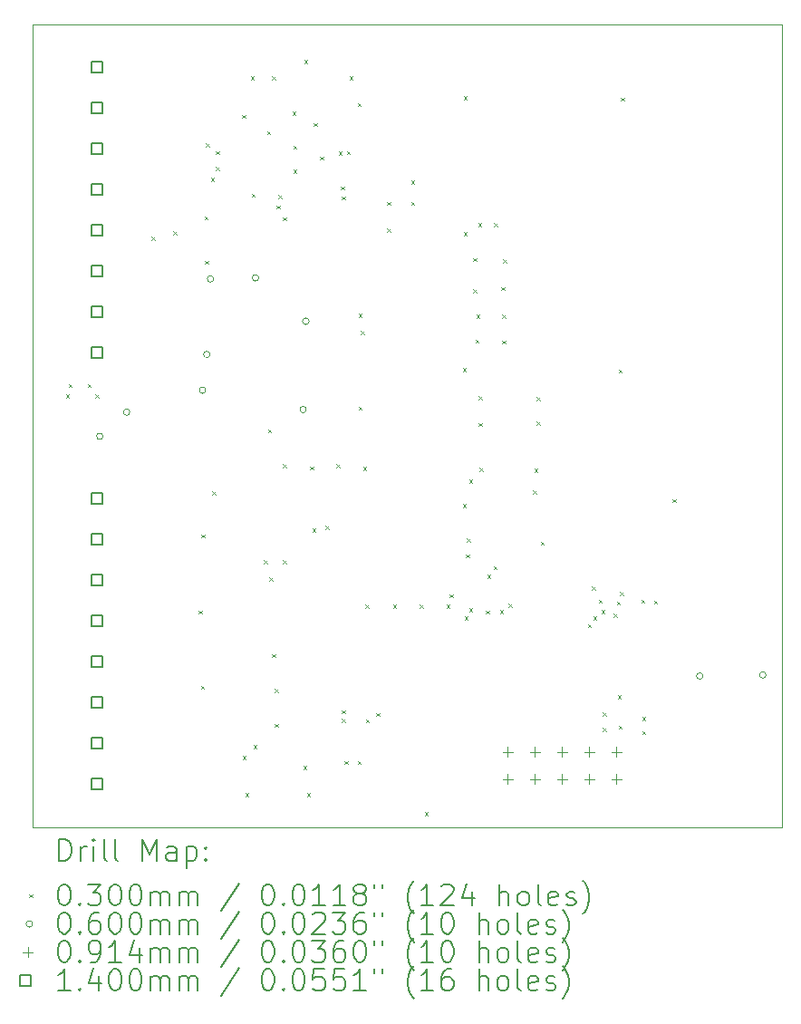
<source format=gbr>
%TF.GenerationSoftware,KiCad,Pcbnew,7.0.1-3b83917a11~172~ubuntu22.04.1*%
%TF.CreationDate,2023-03-24T23:58:00+01:00*%
%TF.ProjectId,door_if3_usb,646f6f72-5f69-4663-935f-7573622e6b69,rev?*%
%TF.SameCoordinates,Original*%
%TF.FileFunction,Drillmap*%
%TF.FilePolarity,Positive*%
%FSLAX45Y45*%
G04 Gerber Fmt 4.5, Leading zero omitted, Abs format (unit mm)*
G04 Created by KiCad (PCBNEW 7.0.1-3b83917a11~172~ubuntu22.04.1) date 2023-03-24 23:58:00*
%MOMM*%
%LPD*%
G01*
G04 APERTURE LIST*
%ADD10C,0.050000*%
%ADD11C,0.200000*%
%ADD12C,0.030000*%
%ADD13C,0.060000*%
%ADD14C,0.091440*%
%ADD15C,0.140000*%
G04 APERTURE END LIST*
D10*
X10800000Y-13800000D02*
X10800000Y-6300000D01*
X17800000Y-13800000D02*
X10800000Y-13800000D01*
X17800000Y-6300000D02*
X17800000Y-13800000D01*
X10800000Y-6300000D02*
X17800000Y-6300000D01*
D11*
D12*
X11110000Y-9760000D02*
X11140000Y-9790000D01*
X11140000Y-9760000D02*
X11110000Y-9790000D01*
X11135000Y-9660000D02*
X11165000Y-9690000D01*
X11165000Y-9660000D02*
X11135000Y-9690000D01*
X11310000Y-9660000D02*
X11340000Y-9690000D01*
X11340000Y-9660000D02*
X11310000Y-9690000D01*
X11385000Y-9760000D02*
X11415000Y-9790000D01*
X11415000Y-9760000D02*
X11385000Y-9790000D01*
X11910000Y-8285000D02*
X11940000Y-8315000D01*
X11940000Y-8285000D02*
X11910000Y-8315000D01*
X12110000Y-8235000D02*
X12140000Y-8265000D01*
X12140000Y-8235000D02*
X12110000Y-8265000D01*
X12350000Y-11780000D02*
X12380000Y-11810000D01*
X12380000Y-11780000D02*
X12350000Y-11810000D01*
X12370000Y-12480000D02*
X12400000Y-12510000D01*
X12400000Y-12480000D02*
X12370000Y-12510000D01*
X12375000Y-11065000D02*
X12405000Y-11095000D01*
X12405000Y-11065000D02*
X12375000Y-11095000D01*
X12405000Y-8095000D02*
X12435000Y-8125000D01*
X12435000Y-8095000D02*
X12405000Y-8125000D01*
X12410000Y-8510000D02*
X12440000Y-8540000D01*
X12440000Y-8510000D02*
X12410000Y-8540000D01*
X12415000Y-7415000D02*
X12445000Y-7445000D01*
X12445000Y-7415000D02*
X12415000Y-7445000D01*
X12465000Y-7735000D02*
X12495000Y-7765000D01*
X12495000Y-7735000D02*
X12465000Y-7765000D01*
X12475000Y-10665000D02*
X12505000Y-10695000D01*
X12505000Y-10665000D02*
X12475000Y-10695000D01*
X12510000Y-7485000D02*
X12540000Y-7515000D01*
X12540000Y-7485000D02*
X12510000Y-7515000D01*
X12510000Y-7635000D02*
X12540000Y-7665000D01*
X12540000Y-7635000D02*
X12510000Y-7665000D01*
X12755000Y-7145000D02*
X12785000Y-7175000D01*
X12785000Y-7145000D02*
X12755000Y-7175000D01*
X12760000Y-13135000D02*
X12790000Y-13165000D01*
X12790000Y-13135000D02*
X12760000Y-13165000D01*
X12785000Y-13485000D02*
X12815000Y-13515000D01*
X12815000Y-13485000D02*
X12785000Y-13515000D01*
X12835000Y-6785000D02*
X12865000Y-6815000D01*
X12865000Y-6785000D02*
X12835000Y-6815000D01*
X12845000Y-7885000D02*
X12875000Y-7915000D01*
X12875000Y-7885000D02*
X12845000Y-7915000D01*
X12860000Y-13035000D02*
X12890000Y-13065000D01*
X12890000Y-13035000D02*
X12860000Y-13065000D01*
X12960000Y-11310000D02*
X12990000Y-11340000D01*
X12990000Y-11310000D02*
X12960000Y-11340000D01*
X12987550Y-7299898D02*
X13017550Y-7329898D01*
X13017550Y-7299898D02*
X12987550Y-7329898D01*
X12995000Y-10085000D02*
X13025000Y-10115000D01*
X13025000Y-10085000D02*
X12995000Y-10115000D01*
X13010000Y-11470000D02*
X13040000Y-11500000D01*
X13040000Y-11470000D02*
X13010000Y-11500000D01*
X13035000Y-6785000D02*
X13065000Y-6815000D01*
X13065000Y-6785000D02*
X13035000Y-6815000D01*
X13035000Y-12185000D02*
X13065000Y-12215000D01*
X13065000Y-12185000D02*
X13035000Y-12215000D01*
X13060000Y-12510000D02*
X13090000Y-12540000D01*
X13090000Y-12510000D02*
X13060000Y-12540000D01*
X13060000Y-12835000D02*
X13090000Y-12865000D01*
X13090000Y-12835000D02*
X13060000Y-12865000D01*
X13075000Y-7995000D02*
X13105000Y-8025000D01*
X13105000Y-7995000D02*
X13075000Y-8025000D01*
X13095000Y-7895000D02*
X13125000Y-7925000D01*
X13125000Y-7895000D02*
X13095000Y-7925000D01*
X13135000Y-8105000D02*
X13165000Y-8135000D01*
X13165000Y-8105000D02*
X13135000Y-8135000D01*
X13135000Y-10410000D02*
X13165000Y-10440000D01*
X13165000Y-10410000D02*
X13135000Y-10440000D01*
X13135000Y-11310000D02*
X13165000Y-11340000D01*
X13165000Y-11310000D02*
X13135000Y-11340000D01*
X13225000Y-7115000D02*
X13255000Y-7145000D01*
X13255000Y-7115000D02*
X13225000Y-7145000D01*
X13235000Y-7435000D02*
X13265000Y-7465000D01*
X13265000Y-7435000D02*
X13235000Y-7465000D01*
X13235000Y-7660000D02*
X13265000Y-7690000D01*
X13265000Y-7660000D02*
X13235000Y-7690000D01*
X13325000Y-13230000D02*
X13355000Y-13260000D01*
X13355000Y-13230000D02*
X13325000Y-13260000D01*
X13335000Y-6635000D02*
X13365000Y-6665000D01*
X13365000Y-6635000D02*
X13335000Y-6665000D01*
X13360000Y-13485000D02*
X13390000Y-13515000D01*
X13390000Y-13485000D02*
X13360000Y-13515000D01*
X13389403Y-10432450D02*
X13419403Y-10462450D01*
X13419403Y-10432450D02*
X13389403Y-10462450D01*
X13410000Y-11010000D02*
X13440000Y-11040000D01*
X13440000Y-11010000D02*
X13410000Y-11040000D01*
X13422500Y-7222500D02*
X13452500Y-7252500D01*
X13452500Y-7222500D02*
X13422500Y-7252500D01*
X13485000Y-7535000D02*
X13515000Y-7565000D01*
X13515000Y-7535000D02*
X13485000Y-7565000D01*
X13532877Y-10987123D02*
X13562877Y-11017123D01*
X13562877Y-10987123D02*
X13532877Y-11017123D01*
X13635000Y-10412450D02*
X13665000Y-10442450D01*
X13665000Y-10412450D02*
X13635000Y-10442450D01*
X13656718Y-7488517D02*
X13686718Y-7518517D01*
X13686718Y-7488517D02*
X13656718Y-7518517D01*
X13677550Y-7814630D02*
X13707550Y-7844630D01*
X13707550Y-7814630D02*
X13677550Y-7844630D01*
X13685000Y-7910000D02*
X13715000Y-7940000D01*
X13715000Y-7910000D02*
X13685000Y-7940000D01*
X13685000Y-12710000D02*
X13715000Y-12740000D01*
X13715000Y-12710000D02*
X13685000Y-12740000D01*
X13688515Y-12788281D02*
X13718515Y-12818281D01*
X13718515Y-12788281D02*
X13688515Y-12818281D01*
X13710000Y-13185000D02*
X13740000Y-13215000D01*
X13740000Y-13185000D02*
X13710000Y-13215000D01*
X13735000Y-7485000D02*
X13765000Y-7515000D01*
X13765000Y-7485000D02*
X13735000Y-7515000D01*
X13760000Y-6785000D02*
X13790000Y-6815000D01*
X13790000Y-6785000D02*
X13760000Y-6815000D01*
X13835000Y-7035000D02*
X13865000Y-7065000D01*
X13865000Y-7035000D02*
X13835000Y-7065000D01*
X13835000Y-13185000D02*
X13865000Y-13215000D01*
X13865000Y-13185000D02*
X13835000Y-13215000D01*
X13845000Y-9005000D02*
X13875000Y-9035000D01*
X13875000Y-9005000D02*
X13845000Y-9035000D01*
X13845000Y-9875000D02*
X13875000Y-9905000D01*
X13875000Y-9875000D02*
X13845000Y-9905000D01*
X13865000Y-9165000D02*
X13895000Y-9195000D01*
X13895000Y-9165000D02*
X13865000Y-9195000D01*
X13885000Y-10435000D02*
X13915000Y-10465000D01*
X13915000Y-10435000D02*
X13885000Y-10465000D01*
X13905000Y-11725000D02*
X13935000Y-11755000D01*
X13935000Y-11725000D02*
X13905000Y-11755000D01*
X13910000Y-12792450D02*
X13940000Y-12822450D01*
X13940000Y-12792450D02*
X13910000Y-12822450D01*
X14010000Y-12735000D02*
X14040000Y-12765000D01*
X14040000Y-12735000D02*
X14010000Y-12765000D01*
X14110000Y-7960000D02*
X14140000Y-7990000D01*
X14140000Y-7960000D02*
X14110000Y-7990000D01*
X14110000Y-8210000D02*
X14140000Y-8240000D01*
X14140000Y-8210000D02*
X14110000Y-8240000D01*
X14165000Y-11725000D02*
X14195000Y-11755000D01*
X14195000Y-11725000D02*
X14165000Y-11755000D01*
X14335000Y-7760000D02*
X14365000Y-7790000D01*
X14365000Y-7760000D02*
X14335000Y-7790000D01*
X14335000Y-7960000D02*
X14365000Y-7990000D01*
X14365000Y-7960000D02*
X14335000Y-7990000D01*
X14415000Y-11725000D02*
X14445000Y-11755000D01*
X14445000Y-11725000D02*
X14415000Y-11755000D01*
X14460000Y-13660000D02*
X14490000Y-13690000D01*
X14490000Y-13660000D02*
X14460000Y-13690000D01*
X14665000Y-11725000D02*
X14695000Y-11755000D01*
X14695000Y-11725000D02*
X14665000Y-11755000D01*
X14695000Y-11625000D02*
X14725000Y-11655000D01*
X14725000Y-11625000D02*
X14695000Y-11655000D01*
X14815000Y-9515000D02*
X14845000Y-9545000D01*
X14845000Y-9515000D02*
X14815000Y-9545000D01*
X14815000Y-10785000D02*
X14845000Y-10815000D01*
X14845000Y-10785000D02*
X14815000Y-10815000D01*
X14825000Y-6975000D02*
X14855000Y-7005000D01*
X14855000Y-6975000D02*
X14825000Y-7005000D01*
X14825000Y-8245000D02*
X14855000Y-8275000D01*
X14855000Y-8245000D02*
X14825000Y-8275000D01*
X14835000Y-11835000D02*
X14865000Y-11865000D01*
X14865000Y-11835000D02*
X14835000Y-11865000D01*
X14845000Y-11255000D02*
X14875000Y-11285000D01*
X14875000Y-11255000D02*
X14845000Y-11285000D01*
X14855000Y-11105000D02*
X14885000Y-11135000D01*
X14885000Y-11105000D02*
X14855000Y-11135000D01*
X14875000Y-10555000D02*
X14905000Y-10585000D01*
X14905000Y-10555000D02*
X14875000Y-10585000D01*
X14875000Y-11755000D02*
X14905000Y-11785000D01*
X14905000Y-11755000D02*
X14875000Y-11785000D01*
X14915000Y-8485000D02*
X14945000Y-8515000D01*
X14945000Y-8485000D02*
X14915000Y-8515000D01*
X14915000Y-8775000D02*
X14945000Y-8805000D01*
X14945000Y-8775000D02*
X14915000Y-8805000D01*
X14935000Y-9245000D02*
X14965000Y-9275000D01*
X14965000Y-9245000D02*
X14935000Y-9275000D01*
X14945000Y-9015000D02*
X14975000Y-9045000D01*
X14975000Y-9015000D02*
X14945000Y-9045000D01*
X14960000Y-8160000D02*
X14990000Y-8190000D01*
X14990000Y-8160000D02*
X14960000Y-8190000D01*
X14965000Y-9775000D02*
X14995000Y-9805000D01*
X14995000Y-9775000D02*
X14965000Y-9805000D01*
X14965000Y-10025000D02*
X14995000Y-10055000D01*
X14995000Y-10025000D02*
X14965000Y-10055000D01*
X14975000Y-10445000D02*
X15005000Y-10475000D01*
X15005000Y-10445000D02*
X14975000Y-10475000D01*
X15035000Y-11777550D02*
X15065000Y-11807550D01*
X15065000Y-11777550D02*
X15035000Y-11807550D01*
X15045000Y-11445000D02*
X15075000Y-11475000D01*
X15075000Y-11445000D02*
X15045000Y-11475000D01*
X15105000Y-11365000D02*
X15135000Y-11395000D01*
X15135000Y-11365000D02*
X15105000Y-11395000D01*
X15110000Y-8160000D02*
X15140000Y-8190000D01*
X15140000Y-8160000D02*
X15110000Y-8190000D01*
X15165000Y-11775000D02*
X15195000Y-11805000D01*
X15195000Y-11775000D02*
X15165000Y-11805000D01*
X15175000Y-8755000D02*
X15205000Y-8785000D01*
X15205000Y-8755000D02*
X15175000Y-8785000D01*
X15185000Y-9015000D02*
X15215000Y-9045000D01*
X15215000Y-9015000D02*
X15185000Y-9045000D01*
X15185000Y-9255000D02*
X15215000Y-9285000D01*
X15215000Y-9255000D02*
X15185000Y-9285000D01*
X15195000Y-8495000D02*
X15225000Y-8525000D01*
X15225000Y-8495000D02*
X15195000Y-8525000D01*
X15243778Y-11712450D02*
X15273778Y-11742450D01*
X15273778Y-11712450D02*
X15243778Y-11742450D01*
X15475000Y-10655000D02*
X15505000Y-10685000D01*
X15505000Y-10655000D02*
X15475000Y-10685000D01*
X15485000Y-10455000D02*
X15515000Y-10485000D01*
X15515000Y-10455000D02*
X15485000Y-10485000D01*
X15505000Y-9785000D02*
X15535000Y-9815000D01*
X15535000Y-9785000D02*
X15505000Y-9815000D01*
X15505000Y-10015000D02*
X15535000Y-10045000D01*
X15535000Y-10015000D02*
X15505000Y-10045000D01*
X15545000Y-11135000D02*
X15575000Y-11165000D01*
X15575000Y-11135000D02*
X15545000Y-11165000D01*
X15985000Y-11905000D02*
X16015000Y-11935000D01*
X16015000Y-11905000D02*
X15985000Y-11935000D01*
X16025000Y-11555000D02*
X16055000Y-11585000D01*
X16055000Y-11555000D02*
X16025000Y-11585000D01*
X16035000Y-11835000D02*
X16065000Y-11865000D01*
X16065000Y-11835000D02*
X16035000Y-11865000D01*
X16085000Y-11675000D02*
X16115000Y-11705000D01*
X16115000Y-11675000D02*
X16085000Y-11705000D01*
X16110940Y-11774013D02*
X16140940Y-11804013D01*
X16140940Y-11774013D02*
X16110940Y-11804013D01*
X16125000Y-12732400D02*
X16155000Y-12762400D01*
X16155000Y-12732400D02*
X16125000Y-12762400D01*
X16125000Y-12875000D02*
X16155000Y-12905000D01*
X16155000Y-12875000D02*
X16125000Y-12905000D01*
X16225000Y-11807600D02*
X16255000Y-11837600D01*
X16255000Y-11807600D02*
X16225000Y-11837600D01*
X16255000Y-11695000D02*
X16285000Y-11725000D01*
X16285000Y-11695000D02*
X16255000Y-11725000D01*
X16264374Y-12567550D02*
X16294374Y-12597550D01*
X16294374Y-12567550D02*
X16264374Y-12597550D01*
X16275000Y-9525000D02*
X16305000Y-9555000D01*
X16305000Y-9525000D02*
X16275000Y-9555000D01*
X16275000Y-12855000D02*
X16305000Y-12885000D01*
X16305000Y-12855000D02*
X16275000Y-12885000D01*
X16285000Y-11605000D02*
X16315000Y-11635000D01*
X16315000Y-11605000D02*
X16285000Y-11635000D01*
X16295000Y-6985000D02*
X16325000Y-7015000D01*
X16325000Y-6985000D02*
X16295000Y-7015000D01*
X16485000Y-11675000D02*
X16515000Y-11705000D01*
X16515000Y-11675000D02*
X16485000Y-11705000D01*
X16495000Y-12772350D02*
X16525000Y-12802350D01*
X16525000Y-12772350D02*
X16495000Y-12802350D01*
X16495000Y-12905000D02*
X16525000Y-12935000D01*
X16525000Y-12905000D02*
X16495000Y-12935000D01*
X16605000Y-11685000D02*
X16635000Y-11715000D01*
X16635000Y-11685000D02*
X16605000Y-11715000D01*
X16775000Y-10735000D02*
X16805000Y-10765000D01*
X16805000Y-10735000D02*
X16775000Y-10765000D01*
D13*
X11455000Y-10150000D02*
G75*
G03*
X11455000Y-10150000I-30000J0D01*
G01*
X11705000Y-9925000D02*
G75*
G03*
X11705000Y-9925000I-30000J0D01*
G01*
X12415000Y-9720000D02*
G75*
G03*
X12415000Y-9720000I-30000J0D01*
G01*
X12455000Y-9385000D02*
G75*
G03*
X12455000Y-9385000I-30000J0D01*
G01*
X12490000Y-8680000D02*
G75*
G03*
X12490000Y-8680000I-30000J0D01*
G01*
X12910000Y-8670000D02*
G75*
G03*
X12910000Y-8670000I-30000J0D01*
G01*
X13355000Y-9900000D02*
G75*
G03*
X13355000Y-9900000I-30000J0D01*
G01*
X13380000Y-9075000D02*
G75*
G03*
X13380000Y-9075000I-30000J0D01*
G01*
X17060000Y-12390000D02*
G75*
G03*
X17060000Y-12390000I-30000J0D01*
G01*
X17650000Y-12380000D02*
G75*
G03*
X17650000Y-12380000I-30000J0D01*
G01*
D14*
X15238000Y-13054280D02*
X15238000Y-13145720D01*
X15192280Y-13100000D02*
X15283720Y-13100000D01*
X15238000Y-13308280D02*
X15238000Y-13399720D01*
X15192280Y-13354000D02*
X15283720Y-13354000D01*
X15492000Y-13054280D02*
X15492000Y-13145720D01*
X15446280Y-13100000D02*
X15537720Y-13100000D01*
X15492000Y-13308280D02*
X15492000Y-13399720D01*
X15446280Y-13354000D02*
X15537720Y-13354000D01*
X15746000Y-13054280D02*
X15746000Y-13145720D01*
X15700280Y-13100000D02*
X15791720Y-13100000D01*
X15746000Y-13308280D02*
X15746000Y-13399720D01*
X15700280Y-13354000D02*
X15791720Y-13354000D01*
X16000000Y-13054280D02*
X16000000Y-13145720D01*
X15954280Y-13100000D02*
X16045720Y-13100000D01*
X16000000Y-13308280D02*
X16000000Y-13399720D01*
X15954280Y-13354000D02*
X16045720Y-13354000D01*
X16254000Y-13054280D02*
X16254000Y-13145720D01*
X16208280Y-13100000D02*
X16299720Y-13100000D01*
X16254000Y-13308280D02*
X16254000Y-13399720D01*
X16208280Y-13354000D02*
X16299720Y-13354000D01*
D15*
X11449498Y-6749498D02*
X11449498Y-6650502D01*
X11350502Y-6650502D01*
X11350502Y-6749498D01*
X11449498Y-6749498D01*
X11449498Y-7130498D02*
X11449498Y-7031502D01*
X11350502Y-7031502D01*
X11350502Y-7130498D01*
X11449498Y-7130498D01*
X11449498Y-7511498D02*
X11449498Y-7412502D01*
X11350502Y-7412502D01*
X11350502Y-7511498D01*
X11449498Y-7511498D01*
X11449498Y-7892498D02*
X11449498Y-7793502D01*
X11350502Y-7793502D01*
X11350502Y-7892498D01*
X11449498Y-7892498D01*
X11449498Y-8273498D02*
X11449498Y-8174502D01*
X11350502Y-8174502D01*
X11350502Y-8273498D01*
X11449498Y-8273498D01*
X11449498Y-8654498D02*
X11449498Y-8555502D01*
X11350502Y-8555502D01*
X11350502Y-8654498D01*
X11449498Y-8654498D01*
X11449498Y-9035498D02*
X11449498Y-8936502D01*
X11350502Y-8936502D01*
X11350502Y-9035498D01*
X11449498Y-9035498D01*
X11449498Y-9416498D02*
X11449498Y-9317502D01*
X11350502Y-9317502D01*
X11350502Y-9416498D01*
X11449498Y-9416498D01*
X11449498Y-10782498D02*
X11449498Y-10683502D01*
X11350502Y-10683502D01*
X11350502Y-10782498D01*
X11449498Y-10782498D01*
X11449498Y-11163498D02*
X11449498Y-11064502D01*
X11350502Y-11064502D01*
X11350502Y-11163498D01*
X11449498Y-11163498D01*
X11449498Y-11544498D02*
X11449498Y-11445502D01*
X11350502Y-11445502D01*
X11350502Y-11544498D01*
X11449498Y-11544498D01*
X11449498Y-11925498D02*
X11449498Y-11826502D01*
X11350502Y-11826502D01*
X11350502Y-11925498D01*
X11449498Y-11925498D01*
X11449498Y-12306498D02*
X11449498Y-12207502D01*
X11350502Y-12207502D01*
X11350502Y-12306498D01*
X11449498Y-12306498D01*
X11449498Y-12687498D02*
X11449498Y-12588502D01*
X11350502Y-12588502D01*
X11350502Y-12687498D01*
X11449498Y-12687498D01*
X11449498Y-13068498D02*
X11449498Y-12969502D01*
X11350502Y-12969502D01*
X11350502Y-13068498D01*
X11449498Y-13068498D01*
X11449498Y-13449498D02*
X11449498Y-13350502D01*
X11350502Y-13350502D01*
X11350502Y-13449498D01*
X11449498Y-13449498D01*
D11*
X11045119Y-14115024D02*
X11045119Y-13915024D01*
X11045119Y-13915024D02*
X11092738Y-13915024D01*
X11092738Y-13915024D02*
X11121310Y-13924548D01*
X11121310Y-13924548D02*
X11140357Y-13943595D01*
X11140357Y-13943595D02*
X11149881Y-13962643D01*
X11149881Y-13962643D02*
X11159405Y-14000738D01*
X11159405Y-14000738D02*
X11159405Y-14029309D01*
X11159405Y-14029309D02*
X11149881Y-14067405D01*
X11149881Y-14067405D02*
X11140357Y-14086452D01*
X11140357Y-14086452D02*
X11121310Y-14105500D01*
X11121310Y-14105500D02*
X11092738Y-14115024D01*
X11092738Y-14115024D02*
X11045119Y-14115024D01*
X11245119Y-14115024D02*
X11245119Y-13981690D01*
X11245119Y-14019786D02*
X11254643Y-14000738D01*
X11254643Y-14000738D02*
X11264167Y-13991214D01*
X11264167Y-13991214D02*
X11283214Y-13981690D01*
X11283214Y-13981690D02*
X11302262Y-13981690D01*
X11368928Y-14115024D02*
X11368928Y-13981690D01*
X11368928Y-13915024D02*
X11359405Y-13924548D01*
X11359405Y-13924548D02*
X11368928Y-13934071D01*
X11368928Y-13934071D02*
X11378452Y-13924548D01*
X11378452Y-13924548D02*
X11368928Y-13915024D01*
X11368928Y-13915024D02*
X11368928Y-13934071D01*
X11492738Y-14115024D02*
X11473690Y-14105500D01*
X11473690Y-14105500D02*
X11464167Y-14086452D01*
X11464167Y-14086452D02*
X11464167Y-13915024D01*
X11597500Y-14115024D02*
X11578452Y-14105500D01*
X11578452Y-14105500D02*
X11568928Y-14086452D01*
X11568928Y-14086452D02*
X11568928Y-13915024D01*
X11826071Y-14115024D02*
X11826071Y-13915024D01*
X11826071Y-13915024D02*
X11892738Y-14057881D01*
X11892738Y-14057881D02*
X11959405Y-13915024D01*
X11959405Y-13915024D02*
X11959405Y-14115024D01*
X12140357Y-14115024D02*
X12140357Y-14010262D01*
X12140357Y-14010262D02*
X12130833Y-13991214D01*
X12130833Y-13991214D02*
X12111786Y-13981690D01*
X12111786Y-13981690D02*
X12073690Y-13981690D01*
X12073690Y-13981690D02*
X12054643Y-13991214D01*
X12140357Y-14105500D02*
X12121309Y-14115024D01*
X12121309Y-14115024D02*
X12073690Y-14115024D01*
X12073690Y-14115024D02*
X12054643Y-14105500D01*
X12054643Y-14105500D02*
X12045119Y-14086452D01*
X12045119Y-14086452D02*
X12045119Y-14067405D01*
X12045119Y-14067405D02*
X12054643Y-14048357D01*
X12054643Y-14048357D02*
X12073690Y-14038833D01*
X12073690Y-14038833D02*
X12121309Y-14038833D01*
X12121309Y-14038833D02*
X12140357Y-14029309D01*
X12235595Y-13981690D02*
X12235595Y-14181690D01*
X12235595Y-13991214D02*
X12254643Y-13981690D01*
X12254643Y-13981690D02*
X12292738Y-13981690D01*
X12292738Y-13981690D02*
X12311786Y-13991214D01*
X12311786Y-13991214D02*
X12321309Y-14000738D01*
X12321309Y-14000738D02*
X12330833Y-14019786D01*
X12330833Y-14019786D02*
X12330833Y-14076928D01*
X12330833Y-14076928D02*
X12321309Y-14095976D01*
X12321309Y-14095976D02*
X12311786Y-14105500D01*
X12311786Y-14105500D02*
X12292738Y-14115024D01*
X12292738Y-14115024D02*
X12254643Y-14115024D01*
X12254643Y-14115024D02*
X12235595Y-14105500D01*
X12416548Y-14095976D02*
X12426071Y-14105500D01*
X12426071Y-14105500D02*
X12416548Y-14115024D01*
X12416548Y-14115024D02*
X12407024Y-14105500D01*
X12407024Y-14105500D02*
X12416548Y-14095976D01*
X12416548Y-14095976D02*
X12416548Y-14115024D01*
X12416548Y-13991214D02*
X12426071Y-14000738D01*
X12426071Y-14000738D02*
X12416548Y-14010262D01*
X12416548Y-14010262D02*
X12407024Y-14000738D01*
X12407024Y-14000738D02*
X12416548Y-13991214D01*
X12416548Y-13991214D02*
X12416548Y-14010262D01*
D12*
X10767500Y-14427500D02*
X10797500Y-14457500D01*
X10797500Y-14427500D02*
X10767500Y-14457500D01*
D11*
X11083214Y-14335024D02*
X11102262Y-14335024D01*
X11102262Y-14335024D02*
X11121310Y-14344548D01*
X11121310Y-14344548D02*
X11130833Y-14354071D01*
X11130833Y-14354071D02*
X11140357Y-14373119D01*
X11140357Y-14373119D02*
X11149881Y-14411214D01*
X11149881Y-14411214D02*
X11149881Y-14458833D01*
X11149881Y-14458833D02*
X11140357Y-14496928D01*
X11140357Y-14496928D02*
X11130833Y-14515976D01*
X11130833Y-14515976D02*
X11121310Y-14525500D01*
X11121310Y-14525500D02*
X11102262Y-14535024D01*
X11102262Y-14535024D02*
X11083214Y-14535024D01*
X11083214Y-14535024D02*
X11064167Y-14525500D01*
X11064167Y-14525500D02*
X11054643Y-14515976D01*
X11054643Y-14515976D02*
X11045119Y-14496928D01*
X11045119Y-14496928D02*
X11035595Y-14458833D01*
X11035595Y-14458833D02*
X11035595Y-14411214D01*
X11035595Y-14411214D02*
X11045119Y-14373119D01*
X11045119Y-14373119D02*
X11054643Y-14354071D01*
X11054643Y-14354071D02*
X11064167Y-14344548D01*
X11064167Y-14344548D02*
X11083214Y-14335024D01*
X11235595Y-14515976D02*
X11245119Y-14525500D01*
X11245119Y-14525500D02*
X11235595Y-14535024D01*
X11235595Y-14535024D02*
X11226071Y-14525500D01*
X11226071Y-14525500D02*
X11235595Y-14515976D01*
X11235595Y-14515976D02*
X11235595Y-14535024D01*
X11311786Y-14335024D02*
X11435595Y-14335024D01*
X11435595Y-14335024D02*
X11368928Y-14411214D01*
X11368928Y-14411214D02*
X11397500Y-14411214D01*
X11397500Y-14411214D02*
X11416548Y-14420738D01*
X11416548Y-14420738D02*
X11426071Y-14430262D01*
X11426071Y-14430262D02*
X11435595Y-14449309D01*
X11435595Y-14449309D02*
X11435595Y-14496928D01*
X11435595Y-14496928D02*
X11426071Y-14515976D01*
X11426071Y-14515976D02*
X11416548Y-14525500D01*
X11416548Y-14525500D02*
X11397500Y-14535024D01*
X11397500Y-14535024D02*
X11340357Y-14535024D01*
X11340357Y-14535024D02*
X11321309Y-14525500D01*
X11321309Y-14525500D02*
X11311786Y-14515976D01*
X11559405Y-14335024D02*
X11578452Y-14335024D01*
X11578452Y-14335024D02*
X11597500Y-14344548D01*
X11597500Y-14344548D02*
X11607024Y-14354071D01*
X11607024Y-14354071D02*
X11616548Y-14373119D01*
X11616548Y-14373119D02*
X11626071Y-14411214D01*
X11626071Y-14411214D02*
X11626071Y-14458833D01*
X11626071Y-14458833D02*
X11616548Y-14496928D01*
X11616548Y-14496928D02*
X11607024Y-14515976D01*
X11607024Y-14515976D02*
X11597500Y-14525500D01*
X11597500Y-14525500D02*
X11578452Y-14535024D01*
X11578452Y-14535024D02*
X11559405Y-14535024D01*
X11559405Y-14535024D02*
X11540357Y-14525500D01*
X11540357Y-14525500D02*
X11530833Y-14515976D01*
X11530833Y-14515976D02*
X11521309Y-14496928D01*
X11521309Y-14496928D02*
X11511786Y-14458833D01*
X11511786Y-14458833D02*
X11511786Y-14411214D01*
X11511786Y-14411214D02*
X11521309Y-14373119D01*
X11521309Y-14373119D02*
X11530833Y-14354071D01*
X11530833Y-14354071D02*
X11540357Y-14344548D01*
X11540357Y-14344548D02*
X11559405Y-14335024D01*
X11749881Y-14335024D02*
X11768929Y-14335024D01*
X11768929Y-14335024D02*
X11787976Y-14344548D01*
X11787976Y-14344548D02*
X11797500Y-14354071D01*
X11797500Y-14354071D02*
X11807024Y-14373119D01*
X11807024Y-14373119D02*
X11816548Y-14411214D01*
X11816548Y-14411214D02*
X11816548Y-14458833D01*
X11816548Y-14458833D02*
X11807024Y-14496928D01*
X11807024Y-14496928D02*
X11797500Y-14515976D01*
X11797500Y-14515976D02*
X11787976Y-14525500D01*
X11787976Y-14525500D02*
X11768929Y-14535024D01*
X11768929Y-14535024D02*
X11749881Y-14535024D01*
X11749881Y-14535024D02*
X11730833Y-14525500D01*
X11730833Y-14525500D02*
X11721309Y-14515976D01*
X11721309Y-14515976D02*
X11711786Y-14496928D01*
X11711786Y-14496928D02*
X11702262Y-14458833D01*
X11702262Y-14458833D02*
X11702262Y-14411214D01*
X11702262Y-14411214D02*
X11711786Y-14373119D01*
X11711786Y-14373119D02*
X11721309Y-14354071D01*
X11721309Y-14354071D02*
X11730833Y-14344548D01*
X11730833Y-14344548D02*
X11749881Y-14335024D01*
X11902262Y-14535024D02*
X11902262Y-14401690D01*
X11902262Y-14420738D02*
X11911786Y-14411214D01*
X11911786Y-14411214D02*
X11930833Y-14401690D01*
X11930833Y-14401690D02*
X11959405Y-14401690D01*
X11959405Y-14401690D02*
X11978452Y-14411214D01*
X11978452Y-14411214D02*
X11987976Y-14430262D01*
X11987976Y-14430262D02*
X11987976Y-14535024D01*
X11987976Y-14430262D02*
X11997500Y-14411214D01*
X11997500Y-14411214D02*
X12016548Y-14401690D01*
X12016548Y-14401690D02*
X12045119Y-14401690D01*
X12045119Y-14401690D02*
X12064167Y-14411214D01*
X12064167Y-14411214D02*
X12073690Y-14430262D01*
X12073690Y-14430262D02*
X12073690Y-14535024D01*
X12168929Y-14535024D02*
X12168929Y-14401690D01*
X12168929Y-14420738D02*
X12178452Y-14411214D01*
X12178452Y-14411214D02*
X12197500Y-14401690D01*
X12197500Y-14401690D02*
X12226071Y-14401690D01*
X12226071Y-14401690D02*
X12245119Y-14411214D01*
X12245119Y-14411214D02*
X12254643Y-14430262D01*
X12254643Y-14430262D02*
X12254643Y-14535024D01*
X12254643Y-14430262D02*
X12264167Y-14411214D01*
X12264167Y-14411214D02*
X12283214Y-14401690D01*
X12283214Y-14401690D02*
X12311786Y-14401690D01*
X12311786Y-14401690D02*
X12330833Y-14411214D01*
X12330833Y-14411214D02*
X12340357Y-14430262D01*
X12340357Y-14430262D02*
X12340357Y-14535024D01*
X12730833Y-14325500D02*
X12559405Y-14582643D01*
X12987976Y-14335024D02*
X13007024Y-14335024D01*
X13007024Y-14335024D02*
X13026072Y-14344548D01*
X13026072Y-14344548D02*
X13035595Y-14354071D01*
X13035595Y-14354071D02*
X13045119Y-14373119D01*
X13045119Y-14373119D02*
X13054643Y-14411214D01*
X13054643Y-14411214D02*
X13054643Y-14458833D01*
X13054643Y-14458833D02*
X13045119Y-14496928D01*
X13045119Y-14496928D02*
X13035595Y-14515976D01*
X13035595Y-14515976D02*
X13026072Y-14525500D01*
X13026072Y-14525500D02*
X13007024Y-14535024D01*
X13007024Y-14535024D02*
X12987976Y-14535024D01*
X12987976Y-14535024D02*
X12968929Y-14525500D01*
X12968929Y-14525500D02*
X12959405Y-14515976D01*
X12959405Y-14515976D02*
X12949881Y-14496928D01*
X12949881Y-14496928D02*
X12940357Y-14458833D01*
X12940357Y-14458833D02*
X12940357Y-14411214D01*
X12940357Y-14411214D02*
X12949881Y-14373119D01*
X12949881Y-14373119D02*
X12959405Y-14354071D01*
X12959405Y-14354071D02*
X12968929Y-14344548D01*
X12968929Y-14344548D02*
X12987976Y-14335024D01*
X13140357Y-14515976D02*
X13149881Y-14525500D01*
X13149881Y-14525500D02*
X13140357Y-14535024D01*
X13140357Y-14535024D02*
X13130833Y-14525500D01*
X13130833Y-14525500D02*
X13140357Y-14515976D01*
X13140357Y-14515976D02*
X13140357Y-14535024D01*
X13273691Y-14335024D02*
X13292738Y-14335024D01*
X13292738Y-14335024D02*
X13311786Y-14344548D01*
X13311786Y-14344548D02*
X13321310Y-14354071D01*
X13321310Y-14354071D02*
X13330833Y-14373119D01*
X13330833Y-14373119D02*
X13340357Y-14411214D01*
X13340357Y-14411214D02*
X13340357Y-14458833D01*
X13340357Y-14458833D02*
X13330833Y-14496928D01*
X13330833Y-14496928D02*
X13321310Y-14515976D01*
X13321310Y-14515976D02*
X13311786Y-14525500D01*
X13311786Y-14525500D02*
X13292738Y-14535024D01*
X13292738Y-14535024D02*
X13273691Y-14535024D01*
X13273691Y-14535024D02*
X13254643Y-14525500D01*
X13254643Y-14525500D02*
X13245119Y-14515976D01*
X13245119Y-14515976D02*
X13235595Y-14496928D01*
X13235595Y-14496928D02*
X13226072Y-14458833D01*
X13226072Y-14458833D02*
X13226072Y-14411214D01*
X13226072Y-14411214D02*
X13235595Y-14373119D01*
X13235595Y-14373119D02*
X13245119Y-14354071D01*
X13245119Y-14354071D02*
X13254643Y-14344548D01*
X13254643Y-14344548D02*
X13273691Y-14335024D01*
X13530833Y-14535024D02*
X13416548Y-14535024D01*
X13473691Y-14535024D02*
X13473691Y-14335024D01*
X13473691Y-14335024D02*
X13454643Y-14363595D01*
X13454643Y-14363595D02*
X13435595Y-14382643D01*
X13435595Y-14382643D02*
X13416548Y-14392167D01*
X13721310Y-14535024D02*
X13607024Y-14535024D01*
X13664167Y-14535024D02*
X13664167Y-14335024D01*
X13664167Y-14335024D02*
X13645119Y-14363595D01*
X13645119Y-14363595D02*
X13626072Y-14382643D01*
X13626072Y-14382643D02*
X13607024Y-14392167D01*
X13835595Y-14420738D02*
X13816548Y-14411214D01*
X13816548Y-14411214D02*
X13807024Y-14401690D01*
X13807024Y-14401690D02*
X13797500Y-14382643D01*
X13797500Y-14382643D02*
X13797500Y-14373119D01*
X13797500Y-14373119D02*
X13807024Y-14354071D01*
X13807024Y-14354071D02*
X13816548Y-14344548D01*
X13816548Y-14344548D02*
X13835595Y-14335024D01*
X13835595Y-14335024D02*
X13873691Y-14335024D01*
X13873691Y-14335024D02*
X13892738Y-14344548D01*
X13892738Y-14344548D02*
X13902262Y-14354071D01*
X13902262Y-14354071D02*
X13911786Y-14373119D01*
X13911786Y-14373119D02*
X13911786Y-14382643D01*
X13911786Y-14382643D02*
X13902262Y-14401690D01*
X13902262Y-14401690D02*
X13892738Y-14411214D01*
X13892738Y-14411214D02*
X13873691Y-14420738D01*
X13873691Y-14420738D02*
X13835595Y-14420738D01*
X13835595Y-14420738D02*
X13816548Y-14430262D01*
X13816548Y-14430262D02*
X13807024Y-14439786D01*
X13807024Y-14439786D02*
X13797500Y-14458833D01*
X13797500Y-14458833D02*
X13797500Y-14496928D01*
X13797500Y-14496928D02*
X13807024Y-14515976D01*
X13807024Y-14515976D02*
X13816548Y-14525500D01*
X13816548Y-14525500D02*
X13835595Y-14535024D01*
X13835595Y-14535024D02*
X13873691Y-14535024D01*
X13873691Y-14535024D02*
X13892738Y-14525500D01*
X13892738Y-14525500D02*
X13902262Y-14515976D01*
X13902262Y-14515976D02*
X13911786Y-14496928D01*
X13911786Y-14496928D02*
X13911786Y-14458833D01*
X13911786Y-14458833D02*
X13902262Y-14439786D01*
X13902262Y-14439786D02*
X13892738Y-14430262D01*
X13892738Y-14430262D02*
X13873691Y-14420738D01*
X13987976Y-14335024D02*
X13987976Y-14373119D01*
X14064167Y-14335024D02*
X14064167Y-14373119D01*
X14359405Y-14611214D02*
X14349881Y-14601690D01*
X14349881Y-14601690D02*
X14330834Y-14573119D01*
X14330834Y-14573119D02*
X14321310Y-14554071D01*
X14321310Y-14554071D02*
X14311786Y-14525500D01*
X14311786Y-14525500D02*
X14302262Y-14477881D01*
X14302262Y-14477881D02*
X14302262Y-14439786D01*
X14302262Y-14439786D02*
X14311786Y-14392167D01*
X14311786Y-14392167D02*
X14321310Y-14363595D01*
X14321310Y-14363595D02*
X14330834Y-14344548D01*
X14330834Y-14344548D02*
X14349881Y-14315976D01*
X14349881Y-14315976D02*
X14359405Y-14306452D01*
X14540357Y-14535024D02*
X14426072Y-14535024D01*
X14483214Y-14535024D02*
X14483214Y-14335024D01*
X14483214Y-14335024D02*
X14464167Y-14363595D01*
X14464167Y-14363595D02*
X14445119Y-14382643D01*
X14445119Y-14382643D02*
X14426072Y-14392167D01*
X14616548Y-14354071D02*
X14626072Y-14344548D01*
X14626072Y-14344548D02*
X14645119Y-14335024D01*
X14645119Y-14335024D02*
X14692738Y-14335024D01*
X14692738Y-14335024D02*
X14711786Y-14344548D01*
X14711786Y-14344548D02*
X14721310Y-14354071D01*
X14721310Y-14354071D02*
X14730834Y-14373119D01*
X14730834Y-14373119D02*
X14730834Y-14392167D01*
X14730834Y-14392167D02*
X14721310Y-14420738D01*
X14721310Y-14420738D02*
X14607024Y-14535024D01*
X14607024Y-14535024D02*
X14730834Y-14535024D01*
X14902262Y-14401690D02*
X14902262Y-14535024D01*
X14854643Y-14325500D02*
X14807024Y-14468357D01*
X14807024Y-14468357D02*
X14930834Y-14468357D01*
X15159405Y-14535024D02*
X15159405Y-14335024D01*
X15245119Y-14535024D02*
X15245119Y-14430262D01*
X15245119Y-14430262D02*
X15235596Y-14411214D01*
X15235596Y-14411214D02*
X15216548Y-14401690D01*
X15216548Y-14401690D02*
X15187976Y-14401690D01*
X15187976Y-14401690D02*
X15168929Y-14411214D01*
X15168929Y-14411214D02*
X15159405Y-14420738D01*
X15368929Y-14535024D02*
X15349881Y-14525500D01*
X15349881Y-14525500D02*
X15340357Y-14515976D01*
X15340357Y-14515976D02*
X15330834Y-14496928D01*
X15330834Y-14496928D02*
X15330834Y-14439786D01*
X15330834Y-14439786D02*
X15340357Y-14420738D01*
X15340357Y-14420738D02*
X15349881Y-14411214D01*
X15349881Y-14411214D02*
X15368929Y-14401690D01*
X15368929Y-14401690D02*
X15397500Y-14401690D01*
X15397500Y-14401690D02*
X15416548Y-14411214D01*
X15416548Y-14411214D02*
X15426072Y-14420738D01*
X15426072Y-14420738D02*
X15435596Y-14439786D01*
X15435596Y-14439786D02*
X15435596Y-14496928D01*
X15435596Y-14496928D02*
X15426072Y-14515976D01*
X15426072Y-14515976D02*
X15416548Y-14525500D01*
X15416548Y-14525500D02*
X15397500Y-14535024D01*
X15397500Y-14535024D02*
X15368929Y-14535024D01*
X15549881Y-14535024D02*
X15530834Y-14525500D01*
X15530834Y-14525500D02*
X15521310Y-14506452D01*
X15521310Y-14506452D02*
X15521310Y-14335024D01*
X15702262Y-14525500D02*
X15683215Y-14535024D01*
X15683215Y-14535024D02*
X15645119Y-14535024D01*
X15645119Y-14535024D02*
X15626072Y-14525500D01*
X15626072Y-14525500D02*
X15616548Y-14506452D01*
X15616548Y-14506452D02*
X15616548Y-14430262D01*
X15616548Y-14430262D02*
X15626072Y-14411214D01*
X15626072Y-14411214D02*
X15645119Y-14401690D01*
X15645119Y-14401690D02*
X15683215Y-14401690D01*
X15683215Y-14401690D02*
X15702262Y-14411214D01*
X15702262Y-14411214D02*
X15711786Y-14430262D01*
X15711786Y-14430262D02*
X15711786Y-14449309D01*
X15711786Y-14449309D02*
X15616548Y-14468357D01*
X15787977Y-14525500D02*
X15807024Y-14535024D01*
X15807024Y-14535024D02*
X15845119Y-14535024D01*
X15845119Y-14535024D02*
X15864167Y-14525500D01*
X15864167Y-14525500D02*
X15873691Y-14506452D01*
X15873691Y-14506452D02*
X15873691Y-14496928D01*
X15873691Y-14496928D02*
X15864167Y-14477881D01*
X15864167Y-14477881D02*
X15845119Y-14468357D01*
X15845119Y-14468357D02*
X15816548Y-14468357D01*
X15816548Y-14468357D02*
X15797500Y-14458833D01*
X15797500Y-14458833D02*
X15787977Y-14439786D01*
X15787977Y-14439786D02*
X15787977Y-14430262D01*
X15787977Y-14430262D02*
X15797500Y-14411214D01*
X15797500Y-14411214D02*
X15816548Y-14401690D01*
X15816548Y-14401690D02*
X15845119Y-14401690D01*
X15845119Y-14401690D02*
X15864167Y-14411214D01*
X15940358Y-14611214D02*
X15949881Y-14601690D01*
X15949881Y-14601690D02*
X15968929Y-14573119D01*
X15968929Y-14573119D02*
X15978453Y-14554071D01*
X15978453Y-14554071D02*
X15987977Y-14525500D01*
X15987977Y-14525500D02*
X15997500Y-14477881D01*
X15997500Y-14477881D02*
X15997500Y-14439786D01*
X15997500Y-14439786D02*
X15987977Y-14392167D01*
X15987977Y-14392167D02*
X15978453Y-14363595D01*
X15978453Y-14363595D02*
X15968929Y-14344548D01*
X15968929Y-14344548D02*
X15949881Y-14315976D01*
X15949881Y-14315976D02*
X15940358Y-14306452D01*
D13*
X10797500Y-14706500D02*
G75*
G03*
X10797500Y-14706500I-30000J0D01*
G01*
D11*
X11083214Y-14599024D02*
X11102262Y-14599024D01*
X11102262Y-14599024D02*
X11121310Y-14608548D01*
X11121310Y-14608548D02*
X11130833Y-14618071D01*
X11130833Y-14618071D02*
X11140357Y-14637119D01*
X11140357Y-14637119D02*
X11149881Y-14675214D01*
X11149881Y-14675214D02*
X11149881Y-14722833D01*
X11149881Y-14722833D02*
X11140357Y-14760928D01*
X11140357Y-14760928D02*
X11130833Y-14779976D01*
X11130833Y-14779976D02*
X11121310Y-14789500D01*
X11121310Y-14789500D02*
X11102262Y-14799024D01*
X11102262Y-14799024D02*
X11083214Y-14799024D01*
X11083214Y-14799024D02*
X11064167Y-14789500D01*
X11064167Y-14789500D02*
X11054643Y-14779976D01*
X11054643Y-14779976D02*
X11045119Y-14760928D01*
X11045119Y-14760928D02*
X11035595Y-14722833D01*
X11035595Y-14722833D02*
X11035595Y-14675214D01*
X11035595Y-14675214D02*
X11045119Y-14637119D01*
X11045119Y-14637119D02*
X11054643Y-14618071D01*
X11054643Y-14618071D02*
X11064167Y-14608548D01*
X11064167Y-14608548D02*
X11083214Y-14599024D01*
X11235595Y-14779976D02*
X11245119Y-14789500D01*
X11245119Y-14789500D02*
X11235595Y-14799024D01*
X11235595Y-14799024D02*
X11226071Y-14789500D01*
X11226071Y-14789500D02*
X11235595Y-14779976D01*
X11235595Y-14779976D02*
X11235595Y-14799024D01*
X11416548Y-14599024D02*
X11378452Y-14599024D01*
X11378452Y-14599024D02*
X11359405Y-14608548D01*
X11359405Y-14608548D02*
X11349881Y-14618071D01*
X11349881Y-14618071D02*
X11330833Y-14646643D01*
X11330833Y-14646643D02*
X11321309Y-14684738D01*
X11321309Y-14684738D02*
X11321309Y-14760928D01*
X11321309Y-14760928D02*
X11330833Y-14779976D01*
X11330833Y-14779976D02*
X11340357Y-14789500D01*
X11340357Y-14789500D02*
X11359405Y-14799024D01*
X11359405Y-14799024D02*
X11397500Y-14799024D01*
X11397500Y-14799024D02*
X11416548Y-14789500D01*
X11416548Y-14789500D02*
X11426071Y-14779976D01*
X11426071Y-14779976D02*
X11435595Y-14760928D01*
X11435595Y-14760928D02*
X11435595Y-14713309D01*
X11435595Y-14713309D02*
X11426071Y-14694262D01*
X11426071Y-14694262D02*
X11416548Y-14684738D01*
X11416548Y-14684738D02*
X11397500Y-14675214D01*
X11397500Y-14675214D02*
X11359405Y-14675214D01*
X11359405Y-14675214D02*
X11340357Y-14684738D01*
X11340357Y-14684738D02*
X11330833Y-14694262D01*
X11330833Y-14694262D02*
X11321309Y-14713309D01*
X11559405Y-14599024D02*
X11578452Y-14599024D01*
X11578452Y-14599024D02*
X11597500Y-14608548D01*
X11597500Y-14608548D02*
X11607024Y-14618071D01*
X11607024Y-14618071D02*
X11616548Y-14637119D01*
X11616548Y-14637119D02*
X11626071Y-14675214D01*
X11626071Y-14675214D02*
X11626071Y-14722833D01*
X11626071Y-14722833D02*
X11616548Y-14760928D01*
X11616548Y-14760928D02*
X11607024Y-14779976D01*
X11607024Y-14779976D02*
X11597500Y-14789500D01*
X11597500Y-14789500D02*
X11578452Y-14799024D01*
X11578452Y-14799024D02*
X11559405Y-14799024D01*
X11559405Y-14799024D02*
X11540357Y-14789500D01*
X11540357Y-14789500D02*
X11530833Y-14779976D01*
X11530833Y-14779976D02*
X11521309Y-14760928D01*
X11521309Y-14760928D02*
X11511786Y-14722833D01*
X11511786Y-14722833D02*
X11511786Y-14675214D01*
X11511786Y-14675214D02*
X11521309Y-14637119D01*
X11521309Y-14637119D02*
X11530833Y-14618071D01*
X11530833Y-14618071D02*
X11540357Y-14608548D01*
X11540357Y-14608548D02*
X11559405Y-14599024D01*
X11749881Y-14599024D02*
X11768929Y-14599024D01*
X11768929Y-14599024D02*
X11787976Y-14608548D01*
X11787976Y-14608548D02*
X11797500Y-14618071D01*
X11797500Y-14618071D02*
X11807024Y-14637119D01*
X11807024Y-14637119D02*
X11816548Y-14675214D01*
X11816548Y-14675214D02*
X11816548Y-14722833D01*
X11816548Y-14722833D02*
X11807024Y-14760928D01*
X11807024Y-14760928D02*
X11797500Y-14779976D01*
X11797500Y-14779976D02*
X11787976Y-14789500D01*
X11787976Y-14789500D02*
X11768929Y-14799024D01*
X11768929Y-14799024D02*
X11749881Y-14799024D01*
X11749881Y-14799024D02*
X11730833Y-14789500D01*
X11730833Y-14789500D02*
X11721309Y-14779976D01*
X11721309Y-14779976D02*
X11711786Y-14760928D01*
X11711786Y-14760928D02*
X11702262Y-14722833D01*
X11702262Y-14722833D02*
X11702262Y-14675214D01*
X11702262Y-14675214D02*
X11711786Y-14637119D01*
X11711786Y-14637119D02*
X11721309Y-14618071D01*
X11721309Y-14618071D02*
X11730833Y-14608548D01*
X11730833Y-14608548D02*
X11749881Y-14599024D01*
X11902262Y-14799024D02*
X11902262Y-14665690D01*
X11902262Y-14684738D02*
X11911786Y-14675214D01*
X11911786Y-14675214D02*
X11930833Y-14665690D01*
X11930833Y-14665690D02*
X11959405Y-14665690D01*
X11959405Y-14665690D02*
X11978452Y-14675214D01*
X11978452Y-14675214D02*
X11987976Y-14694262D01*
X11987976Y-14694262D02*
X11987976Y-14799024D01*
X11987976Y-14694262D02*
X11997500Y-14675214D01*
X11997500Y-14675214D02*
X12016548Y-14665690D01*
X12016548Y-14665690D02*
X12045119Y-14665690D01*
X12045119Y-14665690D02*
X12064167Y-14675214D01*
X12064167Y-14675214D02*
X12073690Y-14694262D01*
X12073690Y-14694262D02*
X12073690Y-14799024D01*
X12168929Y-14799024D02*
X12168929Y-14665690D01*
X12168929Y-14684738D02*
X12178452Y-14675214D01*
X12178452Y-14675214D02*
X12197500Y-14665690D01*
X12197500Y-14665690D02*
X12226071Y-14665690D01*
X12226071Y-14665690D02*
X12245119Y-14675214D01*
X12245119Y-14675214D02*
X12254643Y-14694262D01*
X12254643Y-14694262D02*
X12254643Y-14799024D01*
X12254643Y-14694262D02*
X12264167Y-14675214D01*
X12264167Y-14675214D02*
X12283214Y-14665690D01*
X12283214Y-14665690D02*
X12311786Y-14665690D01*
X12311786Y-14665690D02*
X12330833Y-14675214D01*
X12330833Y-14675214D02*
X12340357Y-14694262D01*
X12340357Y-14694262D02*
X12340357Y-14799024D01*
X12730833Y-14589500D02*
X12559405Y-14846643D01*
X12987976Y-14599024D02*
X13007024Y-14599024D01*
X13007024Y-14599024D02*
X13026072Y-14608548D01*
X13026072Y-14608548D02*
X13035595Y-14618071D01*
X13035595Y-14618071D02*
X13045119Y-14637119D01*
X13045119Y-14637119D02*
X13054643Y-14675214D01*
X13054643Y-14675214D02*
X13054643Y-14722833D01*
X13054643Y-14722833D02*
X13045119Y-14760928D01*
X13045119Y-14760928D02*
X13035595Y-14779976D01*
X13035595Y-14779976D02*
X13026072Y-14789500D01*
X13026072Y-14789500D02*
X13007024Y-14799024D01*
X13007024Y-14799024D02*
X12987976Y-14799024D01*
X12987976Y-14799024D02*
X12968929Y-14789500D01*
X12968929Y-14789500D02*
X12959405Y-14779976D01*
X12959405Y-14779976D02*
X12949881Y-14760928D01*
X12949881Y-14760928D02*
X12940357Y-14722833D01*
X12940357Y-14722833D02*
X12940357Y-14675214D01*
X12940357Y-14675214D02*
X12949881Y-14637119D01*
X12949881Y-14637119D02*
X12959405Y-14618071D01*
X12959405Y-14618071D02*
X12968929Y-14608548D01*
X12968929Y-14608548D02*
X12987976Y-14599024D01*
X13140357Y-14779976D02*
X13149881Y-14789500D01*
X13149881Y-14789500D02*
X13140357Y-14799024D01*
X13140357Y-14799024D02*
X13130833Y-14789500D01*
X13130833Y-14789500D02*
X13140357Y-14779976D01*
X13140357Y-14779976D02*
X13140357Y-14799024D01*
X13273691Y-14599024D02*
X13292738Y-14599024D01*
X13292738Y-14599024D02*
X13311786Y-14608548D01*
X13311786Y-14608548D02*
X13321310Y-14618071D01*
X13321310Y-14618071D02*
X13330833Y-14637119D01*
X13330833Y-14637119D02*
X13340357Y-14675214D01*
X13340357Y-14675214D02*
X13340357Y-14722833D01*
X13340357Y-14722833D02*
X13330833Y-14760928D01*
X13330833Y-14760928D02*
X13321310Y-14779976D01*
X13321310Y-14779976D02*
X13311786Y-14789500D01*
X13311786Y-14789500D02*
X13292738Y-14799024D01*
X13292738Y-14799024D02*
X13273691Y-14799024D01*
X13273691Y-14799024D02*
X13254643Y-14789500D01*
X13254643Y-14789500D02*
X13245119Y-14779976D01*
X13245119Y-14779976D02*
X13235595Y-14760928D01*
X13235595Y-14760928D02*
X13226072Y-14722833D01*
X13226072Y-14722833D02*
X13226072Y-14675214D01*
X13226072Y-14675214D02*
X13235595Y-14637119D01*
X13235595Y-14637119D02*
X13245119Y-14618071D01*
X13245119Y-14618071D02*
X13254643Y-14608548D01*
X13254643Y-14608548D02*
X13273691Y-14599024D01*
X13416548Y-14618071D02*
X13426072Y-14608548D01*
X13426072Y-14608548D02*
X13445119Y-14599024D01*
X13445119Y-14599024D02*
X13492738Y-14599024D01*
X13492738Y-14599024D02*
X13511786Y-14608548D01*
X13511786Y-14608548D02*
X13521310Y-14618071D01*
X13521310Y-14618071D02*
X13530833Y-14637119D01*
X13530833Y-14637119D02*
X13530833Y-14656167D01*
X13530833Y-14656167D02*
X13521310Y-14684738D01*
X13521310Y-14684738D02*
X13407024Y-14799024D01*
X13407024Y-14799024D02*
X13530833Y-14799024D01*
X13597500Y-14599024D02*
X13721310Y-14599024D01*
X13721310Y-14599024D02*
X13654643Y-14675214D01*
X13654643Y-14675214D02*
X13683214Y-14675214D01*
X13683214Y-14675214D02*
X13702262Y-14684738D01*
X13702262Y-14684738D02*
X13711786Y-14694262D01*
X13711786Y-14694262D02*
X13721310Y-14713309D01*
X13721310Y-14713309D02*
X13721310Y-14760928D01*
X13721310Y-14760928D02*
X13711786Y-14779976D01*
X13711786Y-14779976D02*
X13702262Y-14789500D01*
X13702262Y-14789500D02*
X13683214Y-14799024D01*
X13683214Y-14799024D02*
X13626072Y-14799024D01*
X13626072Y-14799024D02*
X13607024Y-14789500D01*
X13607024Y-14789500D02*
X13597500Y-14779976D01*
X13892738Y-14599024D02*
X13854643Y-14599024D01*
X13854643Y-14599024D02*
X13835595Y-14608548D01*
X13835595Y-14608548D02*
X13826072Y-14618071D01*
X13826072Y-14618071D02*
X13807024Y-14646643D01*
X13807024Y-14646643D02*
X13797500Y-14684738D01*
X13797500Y-14684738D02*
X13797500Y-14760928D01*
X13797500Y-14760928D02*
X13807024Y-14779976D01*
X13807024Y-14779976D02*
X13816548Y-14789500D01*
X13816548Y-14789500D02*
X13835595Y-14799024D01*
X13835595Y-14799024D02*
X13873691Y-14799024D01*
X13873691Y-14799024D02*
X13892738Y-14789500D01*
X13892738Y-14789500D02*
X13902262Y-14779976D01*
X13902262Y-14779976D02*
X13911786Y-14760928D01*
X13911786Y-14760928D02*
X13911786Y-14713309D01*
X13911786Y-14713309D02*
X13902262Y-14694262D01*
X13902262Y-14694262D02*
X13892738Y-14684738D01*
X13892738Y-14684738D02*
X13873691Y-14675214D01*
X13873691Y-14675214D02*
X13835595Y-14675214D01*
X13835595Y-14675214D02*
X13816548Y-14684738D01*
X13816548Y-14684738D02*
X13807024Y-14694262D01*
X13807024Y-14694262D02*
X13797500Y-14713309D01*
X13987976Y-14599024D02*
X13987976Y-14637119D01*
X14064167Y-14599024D02*
X14064167Y-14637119D01*
X14359405Y-14875214D02*
X14349881Y-14865690D01*
X14349881Y-14865690D02*
X14330834Y-14837119D01*
X14330834Y-14837119D02*
X14321310Y-14818071D01*
X14321310Y-14818071D02*
X14311786Y-14789500D01*
X14311786Y-14789500D02*
X14302262Y-14741881D01*
X14302262Y-14741881D02*
X14302262Y-14703786D01*
X14302262Y-14703786D02*
X14311786Y-14656167D01*
X14311786Y-14656167D02*
X14321310Y-14627595D01*
X14321310Y-14627595D02*
X14330834Y-14608548D01*
X14330834Y-14608548D02*
X14349881Y-14579976D01*
X14349881Y-14579976D02*
X14359405Y-14570452D01*
X14540357Y-14799024D02*
X14426072Y-14799024D01*
X14483214Y-14799024D02*
X14483214Y-14599024D01*
X14483214Y-14599024D02*
X14464167Y-14627595D01*
X14464167Y-14627595D02*
X14445119Y-14646643D01*
X14445119Y-14646643D02*
X14426072Y-14656167D01*
X14664167Y-14599024D02*
X14683215Y-14599024D01*
X14683215Y-14599024D02*
X14702262Y-14608548D01*
X14702262Y-14608548D02*
X14711786Y-14618071D01*
X14711786Y-14618071D02*
X14721310Y-14637119D01*
X14721310Y-14637119D02*
X14730834Y-14675214D01*
X14730834Y-14675214D02*
X14730834Y-14722833D01*
X14730834Y-14722833D02*
X14721310Y-14760928D01*
X14721310Y-14760928D02*
X14711786Y-14779976D01*
X14711786Y-14779976D02*
X14702262Y-14789500D01*
X14702262Y-14789500D02*
X14683215Y-14799024D01*
X14683215Y-14799024D02*
X14664167Y-14799024D01*
X14664167Y-14799024D02*
X14645119Y-14789500D01*
X14645119Y-14789500D02*
X14635595Y-14779976D01*
X14635595Y-14779976D02*
X14626072Y-14760928D01*
X14626072Y-14760928D02*
X14616548Y-14722833D01*
X14616548Y-14722833D02*
X14616548Y-14675214D01*
X14616548Y-14675214D02*
X14626072Y-14637119D01*
X14626072Y-14637119D02*
X14635595Y-14618071D01*
X14635595Y-14618071D02*
X14645119Y-14608548D01*
X14645119Y-14608548D02*
X14664167Y-14599024D01*
X14968929Y-14799024D02*
X14968929Y-14599024D01*
X15054643Y-14799024D02*
X15054643Y-14694262D01*
X15054643Y-14694262D02*
X15045119Y-14675214D01*
X15045119Y-14675214D02*
X15026072Y-14665690D01*
X15026072Y-14665690D02*
X14997500Y-14665690D01*
X14997500Y-14665690D02*
X14978453Y-14675214D01*
X14978453Y-14675214D02*
X14968929Y-14684738D01*
X15178453Y-14799024D02*
X15159405Y-14789500D01*
X15159405Y-14789500D02*
X15149881Y-14779976D01*
X15149881Y-14779976D02*
X15140357Y-14760928D01*
X15140357Y-14760928D02*
X15140357Y-14703786D01*
X15140357Y-14703786D02*
X15149881Y-14684738D01*
X15149881Y-14684738D02*
X15159405Y-14675214D01*
X15159405Y-14675214D02*
X15178453Y-14665690D01*
X15178453Y-14665690D02*
X15207024Y-14665690D01*
X15207024Y-14665690D02*
X15226072Y-14675214D01*
X15226072Y-14675214D02*
X15235596Y-14684738D01*
X15235596Y-14684738D02*
X15245119Y-14703786D01*
X15245119Y-14703786D02*
X15245119Y-14760928D01*
X15245119Y-14760928D02*
X15235596Y-14779976D01*
X15235596Y-14779976D02*
X15226072Y-14789500D01*
X15226072Y-14789500D02*
X15207024Y-14799024D01*
X15207024Y-14799024D02*
X15178453Y-14799024D01*
X15359405Y-14799024D02*
X15340357Y-14789500D01*
X15340357Y-14789500D02*
X15330834Y-14770452D01*
X15330834Y-14770452D02*
X15330834Y-14599024D01*
X15511786Y-14789500D02*
X15492738Y-14799024D01*
X15492738Y-14799024D02*
X15454643Y-14799024D01*
X15454643Y-14799024D02*
X15435596Y-14789500D01*
X15435596Y-14789500D02*
X15426072Y-14770452D01*
X15426072Y-14770452D02*
X15426072Y-14694262D01*
X15426072Y-14694262D02*
X15435596Y-14675214D01*
X15435596Y-14675214D02*
X15454643Y-14665690D01*
X15454643Y-14665690D02*
X15492738Y-14665690D01*
X15492738Y-14665690D02*
X15511786Y-14675214D01*
X15511786Y-14675214D02*
X15521310Y-14694262D01*
X15521310Y-14694262D02*
X15521310Y-14713309D01*
X15521310Y-14713309D02*
X15426072Y-14732357D01*
X15597500Y-14789500D02*
X15616548Y-14799024D01*
X15616548Y-14799024D02*
X15654643Y-14799024D01*
X15654643Y-14799024D02*
X15673691Y-14789500D01*
X15673691Y-14789500D02*
X15683215Y-14770452D01*
X15683215Y-14770452D02*
X15683215Y-14760928D01*
X15683215Y-14760928D02*
X15673691Y-14741881D01*
X15673691Y-14741881D02*
X15654643Y-14732357D01*
X15654643Y-14732357D02*
X15626072Y-14732357D01*
X15626072Y-14732357D02*
X15607024Y-14722833D01*
X15607024Y-14722833D02*
X15597500Y-14703786D01*
X15597500Y-14703786D02*
X15597500Y-14694262D01*
X15597500Y-14694262D02*
X15607024Y-14675214D01*
X15607024Y-14675214D02*
X15626072Y-14665690D01*
X15626072Y-14665690D02*
X15654643Y-14665690D01*
X15654643Y-14665690D02*
X15673691Y-14675214D01*
X15749881Y-14875214D02*
X15759405Y-14865690D01*
X15759405Y-14865690D02*
X15778453Y-14837119D01*
X15778453Y-14837119D02*
X15787977Y-14818071D01*
X15787977Y-14818071D02*
X15797500Y-14789500D01*
X15797500Y-14789500D02*
X15807024Y-14741881D01*
X15807024Y-14741881D02*
X15807024Y-14703786D01*
X15807024Y-14703786D02*
X15797500Y-14656167D01*
X15797500Y-14656167D02*
X15787977Y-14627595D01*
X15787977Y-14627595D02*
X15778453Y-14608548D01*
X15778453Y-14608548D02*
X15759405Y-14579976D01*
X15759405Y-14579976D02*
X15749881Y-14570452D01*
D14*
X10751780Y-14924780D02*
X10751780Y-15016220D01*
X10706060Y-14970500D02*
X10797500Y-14970500D01*
D11*
X11083214Y-14863024D02*
X11102262Y-14863024D01*
X11102262Y-14863024D02*
X11121310Y-14872548D01*
X11121310Y-14872548D02*
X11130833Y-14882071D01*
X11130833Y-14882071D02*
X11140357Y-14901119D01*
X11140357Y-14901119D02*
X11149881Y-14939214D01*
X11149881Y-14939214D02*
X11149881Y-14986833D01*
X11149881Y-14986833D02*
X11140357Y-15024928D01*
X11140357Y-15024928D02*
X11130833Y-15043976D01*
X11130833Y-15043976D02*
X11121310Y-15053500D01*
X11121310Y-15053500D02*
X11102262Y-15063024D01*
X11102262Y-15063024D02*
X11083214Y-15063024D01*
X11083214Y-15063024D02*
X11064167Y-15053500D01*
X11064167Y-15053500D02*
X11054643Y-15043976D01*
X11054643Y-15043976D02*
X11045119Y-15024928D01*
X11045119Y-15024928D02*
X11035595Y-14986833D01*
X11035595Y-14986833D02*
X11035595Y-14939214D01*
X11035595Y-14939214D02*
X11045119Y-14901119D01*
X11045119Y-14901119D02*
X11054643Y-14882071D01*
X11054643Y-14882071D02*
X11064167Y-14872548D01*
X11064167Y-14872548D02*
X11083214Y-14863024D01*
X11235595Y-15043976D02*
X11245119Y-15053500D01*
X11245119Y-15053500D02*
X11235595Y-15063024D01*
X11235595Y-15063024D02*
X11226071Y-15053500D01*
X11226071Y-15053500D02*
X11235595Y-15043976D01*
X11235595Y-15043976D02*
X11235595Y-15063024D01*
X11340357Y-15063024D02*
X11378452Y-15063024D01*
X11378452Y-15063024D02*
X11397500Y-15053500D01*
X11397500Y-15053500D02*
X11407024Y-15043976D01*
X11407024Y-15043976D02*
X11426071Y-15015405D01*
X11426071Y-15015405D02*
X11435595Y-14977309D01*
X11435595Y-14977309D02*
X11435595Y-14901119D01*
X11435595Y-14901119D02*
X11426071Y-14882071D01*
X11426071Y-14882071D02*
X11416548Y-14872548D01*
X11416548Y-14872548D02*
X11397500Y-14863024D01*
X11397500Y-14863024D02*
X11359405Y-14863024D01*
X11359405Y-14863024D02*
X11340357Y-14872548D01*
X11340357Y-14872548D02*
X11330833Y-14882071D01*
X11330833Y-14882071D02*
X11321309Y-14901119D01*
X11321309Y-14901119D02*
X11321309Y-14948738D01*
X11321309Y-14948738D02*
X11330833Y-14967786D01*
X11330833Y-14967786D02*
X11340357Y-14977309D01*
X11340357Y-14977309D02*
X11359405Y-14986833D01*
X11359405Y-14986833D02*
X11397500Y-14986833D01*
X11397500Y-14986833D02*
X11416548Y-14977309D01*
X11416548Y-14977309D02*
X11426071Y-14967786D01*
X11426071Y-14967786D02*
X11435595Y-14948738D01*
X11626071Y-15063024D02*
X11511786Y-15063024D01*
X11568928Y-15063024D02*
X11568928Y-14863024D01*
X11568928Y-14863024D02*
X11549881Y-14891595D01*
X11549881Y-14891595D02*
X11530833Y-14910643D01*
X11530833Y-14910643D02*
X11511786Y-14920167D01*
X11797500Y-14929690D02*
X11797500Y-15063024D01*
X11749881Y-14853500D02*
X11702262Y-14996357D01*
X11702262Y-14996357D02*
X11826071Y-14996357D01*
X11902262Y-15063024D02*
X11902262Y-14929690D01*
X11902262Y-14948738D02*
X11911786Y-14939214D01*
X11911786Y-14939214D02*
X11930833Y-14929690D01*
X11930833Y-14929690D02*
X11959405Y-14929690D01*
X11959405Y-14929690D02*
X11978452Y-14939214D01*
X11978452Y-14939214D02*
X11987976Y-14958262D01*
X11987976Y-14958262D02*
X11987976Y-15063024D01*
X11987976Y-14958262D02*
X11997500Y-14939214D01*
X11997500Y-14939214D02*
X12016548Y-14929690D01*
X12016548Y-14929690D02*
X12045119Y-14929690D01*
X12045119Y-14929690D02*
X12064167Y-14939214D01*
X12064167Y-14939214D02*
X12073690Y-14958262D01*
X12073690Y-14958262D02*
X12073690Y-15063024D01*
X12168929Y-15063024D02*
X12168929Y-14929690D01*
X12168929Y-14948738D02*
X12178452Y-14939214D01*
X12178452Y-14939214D02*
X12197500Y-14929690D01*
X12197500Y-14929690D02*
X12226071Y-14929690D01*
X12226071Y-14929690D02*
X12245119Y-14939214D01*
X12245119Y-14939214D02*
X12254643Y-14958262D01*
X12254643Y-14958262D02*
X12254643Y-15063024D01*
X12254643Y-14958262D02*
X12264167Y-14939214D01*
X12264167Y-14939214D02*
X12283214Y-14929690D01*
X12283214Y-14929690D02*
X12311786Y-14929690D01*
X12311786Y-14929690D02*
X12330833Y-14939214D01*
X12330833Y-14939214D02*
X12340357Y-14958262D01*
X12340357Y-14958262D02*
X12340357Y-15063024D01*
X12730833Y-14853500D02*
X12559405Y-15110643D01*
X12987976Y-14863024D02*
X13007024Y-14863024D01*
X13007024Y-14863024D02*
X13026072Y-14872548D01*
X13026072Y-14872548D02*
X13035595Y-14882071D01*
X13035595Y-14882071D02*
X13045119Y-14901119D01*
X13045119Y-14901119D02*
X13054643Y-14939214D01*
X13054643Y-14939214D02*
X13054643Y-14986833D01*
X13054643Y-14986833D02*
X13045119Y-15024928D01*
X13045119Y-15024928D02*
X13035595Y-15043976D01*
X13035595Y-15043976D02*
X13026072Y-15053500D01*
X13026072Y-15053500D02*
X13007024Y-15063024D01*
X13007024Y-15063024D02*
X12987976Y-15063024D01*
X12987976Y-15063024D02*
X12968929Y-15053500D01*
X12968929Y-15053500D02*
X12959405Y-15043976D01*
X12959405Y-15043976D02*
X12949881Y-15024928D01*
X12949881Y-15024928D02*
X12940357Y-14986833D01*
X12940357Y-14986833D02*
X12940357Y-14939214D01*
X12940357Y-14939214D02*
X12949881Y-14901119D01*
X12949881Y-14901119D02*
X12959405Y-14882071D01*
X12959405Y-14882071D02*
X12968929Y-14872548D01*
X12968929Y-14872548D02*
X12987976Y-14863024D01*
X13140357Y-15043976D02*
X13149881Y-15053500D01*
X13149881Y-15053500D02*
X13140357Y-15063024D01*
X13140357Y-15063024D02*
X13130833Y-15053500D01*
X13130833Y-15053500D02*
X13140357Y-15043976D01*
X13140357Y-15043976D02*
X13140357Y-15063024D01*
X13273691Y-14863024D02*
X13292738Y-14863024D01*
X13292738Y-14863024D02*
X13311786Y-14872548D01*
X13311786Y-14872548D02*
X13321310Y-14882071D01*
X13321310Y-14882071D02*
X13330833Y-14901119D01*
X13330833Y-14901119D02*
X13340357Y-14939214D01*
X13340357Y-14939214D02*
X13340357Y-14986833D01*
X13340357Y-14986833D02*
X13330833Y-15024928D01*
X13330833Y-15024928D02*
X13321310Y-15043976D01*
X13321310Y-15043976D02*
X13311786Y-15053500D01*
X13311786Y-15053500D02*
X13292738Y-15063024D01*
X13292738Y-15063024D02*
X13273691Y-15063024D01*
X13273691Y-15063024D02*
X13254643Y-15053500D01*
X13254643Y-15053500D02*
X13245119Y-15043976D01*
X13245119Y-15043976D02*
X13235595Y-15024928D01*
X13235595Y-15024928D02*
X13226072Y-14986833D01*
X13226072Y-14986833D02*
X13226072Y-14939214D01*
X13226072Y-14939214D02*
X13235595Y-14901119D01*
X13235595Y-14901119D02*
X13245119Y-14882071D01*
X13245119Y-14882071D02*
X13254643Y-14872548D01*
X13254643Y-14872548D02*
X13273691Y-14863024D01*
X13407024Y-14863024D02*
X13530833Y-14863024D01*
X13530833Y-14863024D02*
X13464167Y-14939214D01*
X13464167Y-14939214D02*
X13492738Y-14939214D01*
X13492738Y-14939214D02*
X13511786Y-14948738D01*
X13511786Y-14948738D02*
X13521310Y-14958262D01*
X13521310Y-14958262D02*
X13530833Y-14977309D01*
X13530833Y-14977309D02*
X13530833Y-15024928D01*
X13530833Y-15024928D02*
X13521310Y-15043976D01*
X13521310Y-15043976D02*
X13511786Y-15053500D01*
X13511786Y-15053500D02*
X13492738Y-15063024D01*
X13492738Y-15063024D02*
X13435595Y-15063024D01*
X13435595Y-15063024D02*
X13416548Y-15053500D01*
X13416548Y-15053500D02*
X13407024Y-15043976D01*
X13702262Y-14863024D02*
X13664167Y-14863024D01*
X13664167Y-14863024D02*
X13645119Y-14872548D01*
X13645119Y-14872548D02*
X13635595Y-14882071D01*
X13635595Y-14882071D02*
X13616548Y-14910643D01*
X13616548Y-14910643D02*
X13607024Y-14948738D01*
X13607024Y-14948738D02*
X13607024Y-15024928D01*
X13607024Y-15024928D02*
X13616548Y-15043976D01*
X13616548Y-15043976D02*
X13626072Y-15053500D01*
X13626072Y-15053500D02*
X13645119Y-15063024D01*
X13645119Y-15063024D02*
X13683214Y-15063024D01*
X13683214Y-15063024D02*
X13702262Y-15053500D01*
X13702262Y-15053500D02*
X13711786Y-15043976D01*
X13711786Y-15043976D02*
X13721310Y-15024928D01*
X13721310Y-15024928D02*
X13721310Y-14977309D01*
X13721310Y-14977309D02*
X13711786Y-14958262D01*
X13711786Y-14958262D02*
X13702262Y-14948738D01*
X13702262Y-14948738D02*
X13683214Y-14939214D01*
X13683214Y-14939214D02*
X13645119Y-14939214D01*
X13645119Y-14939214D02*
X13626072Y-14948738D01*
X13626072Y-14948738D02*
X13616548Y-14958262D01*
X13616548Y-14958262D02*
X13607024Y-14977309D01*
X13845119Y-14863024D02*
X13864167Y-14863024D01*
X13864167Y-14863024D02*
X13883214Y-14872548D01*
X13883214Y-14872548D02*
X13892738Y-14882071D01*
X13892738Y-14882071D02*
X13902262Y-14901119D01*
X13902262Y-14901119D02*
X13911786Y-14939214D01*
X13911786Y-14939214D02*
X13911786Y-14986833D01*
X13911786Y-14986833D02*
X13902262Y-15024928D01*
X13902262Y-15024928D02*
X13892738Y-15043976D01*
X13892738Y-15043976D02*
X13883214Y-15053500D01*
X13883214Y-15053500D02*
X13864167Y-15063024D01*
X13864167Y-15063024D02*
X13845119Y-15063024D01*
X13845119Y-15063024D02*
X13826072Y-15053500D01*
X13826072Y-15053500D02*
X13816548Y-15043976D01*
X13816548Y-15043976D02*
X13807024Y-15024928D01*
X13807024Y-15024928D02*
X13797500Y-14986833D01*
X13797500Y-14986833D02*
X13797500Y-14939214D01*
X13797500Y-14939214D02*
X13807024Y-14901119D01*
X13807024Y-14901119D02*
X13816548Y-14882071D01*
X13816548Y-14882071D02*
X13826072Y-14872548D01*
X13826072Y-14872548D02*
X13845119Y-14863024D01*
X13987976Y-14863024D02*
X13987976Y-14901119D01*
X14064167Y-14863024D02*
X14064167Y-14901119D01*
X14359405Y-15139214D02*
X14349881Y-15129690D01*
X14349881Y-15129690D02*
X14330834Y-15101119D01*
X14330834Y-15101119D02*
X14321310Y-15082071D01*
X14321310Y-15082071D02*
X14311786Y-15053500D01*
X14311786Y-15053500D02*
X14302262Y-15005881D01*
X14302262Y-15005881D02*
X14302262Y-14967786D01*
X14302262Y-14967786D02*
X14311786Y-14920167D01*
X14311786Y-14920167D02*
X14321310Y-14891595D01*
X14321310Y-14891595D02*
X14330834Y-14872548D01*
X14330834Y-14872548D02*
X14349881Y-14843976D01*
X14349881Y-14843976D02*
X14359405Y-14834452D01*
X14540357Y-15063024D02*
X14426072Y-15063024D01*
X14483214Y-15063024D02*
X14483214Y-14863024D01*
X14483214Y-14863024D02*
X14464167Y-14891595D01*
X14464167Y-14891595D02*
X14445119Y-14910643D01*
X14445119Y-14910643D02*
X14426072Y-14920167D01*
X14664167Y-14863024D02*
X14683215Y-14863024D01*
X14683215Y-14863024D02*
X14702262Y-14872548D01*
X14702262Y-14872548D02*
X14711786Y-14882071D01*
X14711786Y-14882071D02*
X14721310Y-14901119D01*
X14721310Y-14901119D02*
X14730834Y-14939214D01*
X14730834Y-14939214D02*
X14730834Y-14986833D01*
X14730834Y-14986833D02*
X14721310Y-15024928D01*
X14721310Y-15024928D02*
X14711786Y-15043976D01*
X14711786Y-15043976D02*
X14702262Y-15053500D01*
X14702262Y-15053500D02*
X14683215Y-15063024D01*
X14683215Y-15063024D02*
X14664167Y-15063024D01*
X14664167Y-15063024D02*
X14645119Y-15053500D01*
X14645119Y-15053500D02*
X14635595Y-15043976D01*
X14635595Y-15043976D02*
X14626072Y-15024928D01*
X14626072Y-15024928D02*
X14616548Y-14986833D01*
X14616548Y-14986833D02*
X14616548Y-14939214D01*
X14616548Y-14939214D02*
X14626072Y-14901119D01*
X14626072Y-14901119D02*
X14635595Y-14882071D01*
X14635595Y-14882071D02*
X14645119Y-14872548D01*
X14645119Y-14872548D02*
X14664167Y-14863024D01*
X14968929Y-15063024D02*
X14968929Y-14863024D01*
X15054643Y-15063024D02*
X15054643Y-14958262D01*
X15054643Y-14958262D02*
X15045119Y-14939214D01*
X15045119Y-14939214D02*
X15026072Y-14929690D01*
X15026072Y-14929690D02*
X14997500Y-14929690D01*
X14997500Y-14929690D02*
X14978453Y-14939214D01*
X14978453Y-14939214D02*
X14968929Y-14948738D01*
X15178453Y-15063024D02*
X15159405Y-15053500D01*
X15159405Y-15053500D02*
X15149881Y-15043976D01*
X15149881Y-15043976D02*
X15140357Y-15024928D01*
X15140357Y-15024928D02*
X15140357Y-14967786D01*
X15140357Y-14967786D02*
X15149881Y-14948738D01*
X15149881Y-14948738D02*
X15159405Y-14939214D01*
X15159405Y-14939214D02*
X15178453Y-14929690D01*
X15178453Y-14929690D02*
X15207024Y-14929690D01*
X15207024Y-14929690D02*
X15226072Y-14939214D01*
X15226072Y-14939214D02*
X15235596Y-14948738D01*
X15235596Y-14948738D02*
X15245119Y-14967786D01*
X15245119Y-14967786D02*
X15245119Y-15024928D01*
X15245119Y-15024928D02*
X15235596Y-15043976D01*
X15235596Y-15043976D02*
X15226072Y-15053500D01*
X15226072Y-15053500D02*
X15207024Y-15063024D01*
X15207024Y-15063024D02*
X15178453Y-15063024D01*
X15359405Y-15063024D02*
X15340357Y-15053500D01*
X15340357Y-15053500D02*
X15330834Y-15034452D01*
X15330834Y-15034452D02*
X15330834Y-14863024D01*
X15511786Y-15053500D02*
X15492738Y-15063024D01*
X15492738Y-15063024D02*
X15454643Y-15063024D01*
X15454643Y-15063024D02*
X15435596Y-15053500D01*
X15435596Y-15053500D02*
X15426072Y-15034452D01*
X15426072Y-15034452D02*
X15426072Y-14958262D01*
X15426072Y-14958262D02*
X15435596Y-14939214D01*
X15435596Y-14939214D02*
X15454643Y-14929690D01*
X15454643Y-14929690D02*
X15492738Y-14929690D01*
X15492738Y-14929690D02*
X15511786Y-14939214D01*
X15511786Y-14939214D02*
X15521310Y-14958262D01*
X15521310Y-14958262D02*
X15521310Y-14977309D01*
X15521310Y-14977309D02*
X15426072Y-14996357D01*
X15597500Y-15053500D02*
X15616548Y-15063024D01*
X15616548Y-15063024D02*
X15654643Y-15063024D01*
X15654643Y-15063024D02*
X15673691Y-15053500D01*
X15673691Y-15053500D02*
X15683215Y-15034452D01*
X15683215Y-15034452D02*
X15683215Y-15024928D01*
X15683215Y-15024928D02*
X15673691Y-15005881D01*
X15673691Y-15005881D02*
X15654643Y-14996357D01*
X15654643Y-14996357D02*
X15626072Y-14996357D01*
X15626072Y-14996357D02*
X15607024Y-14986833D01*
X15607024Y-14986833D02*
X15597500Y-14967786D01*
X15597500Y-14967786D02*
X15597500Y-14958262D01*
X15597500Y-14958262D02*
X15607024Y-14939214D01*
X15607024Y-14939214D02*
X15626072Y-14929690D01*
X15626072Y-14929690D02*
X15654643Y-14929690D01*
X15654643Y-14929690D02*
X15673691Y-14939214D01*
X15749881Y-15139214D02*
X15759405Y-15129690D01*
X15759405Y-15129690D02*
X15778453Y-15101119D01*
X15778453Y-15101119D02*
X15787977Y-15082071D01*
X15787977Y-15082071D02*
X15797500Y-15053500D01*
X15797500Y-15053500D02*
X15807024Y-15005881D01*
X15807024Y-15005881D02*
X15807024Y-14967786D01*
X15807024Y-14967786D02*
X15797500Y-14920167D01*
X15797500Y-14920167D02*
X15787977Y-14891595D01*
X15787977Y-14891595D02*
X15778453Y-14872548D01*
X15778453Y-14872548D02*
X15759405Y-14843976D01*
X15759405Y-14843976D02*
X15749881Y-14834452D01*
D15*
X10776998Y-15283998D02*
X10776998Y-15185002D01*
X10678002Y-15185002D01*
X10678002Y-15283998D01*
X10776998Y-15283998D01*
D11*
X11149881Y-15327024D02*
X11035595Y-15327024D01*
X11092738Y-15327024D02*
X11092738Y-15127024D01*
X11092738Y-15127024D02*
X11073690Y-15155595D01*
X11073690Y-15155595D02*
X11054643Y-15174643D01*
X11054643Y-15174643D02*
X11035595Y-15184167D01*
X11235595Y-15307976D02*
X11245119Y-15317500D01*
X11245119Y-15317500D02*
X11235595Y-15327024D01*
X11235595Y-15327024D02*
X11226071Y-15317500D01*
X11226071Y-15317500D02*
X11235595Y-15307976D01*
X11235595Y-15307976D02*
X11235595Y-15327024D01*
X11416548Y-15193690D02*
X11416548Y-15327024D01*
X11368928Y-15117500D02*
X11321309Y-15260357D01*
X11321309Y-15260357D02*
X11445119Y-15260357D01*
X11559405Y-15127024D02*
X11578452Y-15127024D01*
X11578452Y-15127024D02*
X11597500Y-15136548D01*
X11597500Y-15136548D02*
X11607024Y-15146071D01*
X11607024Y-15146071D02*
X11616548Y-15165119D01*
X11616548Y-15165119D02*
X11626071Y-15203214D01*
X11626071Y-15203214D02*
X11626071Y-15250833D01*
X11626071Y-15250833D02*
X11616548Y-15288928D01*
X11616548Y-15288928D02*
X11607024Y-15307976D01*
X11607024Y-15307976D02*
X11597500Y-15317500D01*
X11597500Y-15317500D02*
X11578452Y-15327024D01*
X11578452Y-15327024D02*
X11559405Y-15327024D01*
X11559405Y-15327024D02*
X11540357Y-15317500D01*
X11540357Y-15317500D02*
X11530833Y-15307976D01*
X11530833Y-15307976D02*
X11521309Y-15288928D01*
X11521309Y-15288928D02*
X11511786Y-15250833D01*
X11511786Y-15250833D02*
X11511786Y-15203214D01*
X11511786Y-15203214D02*
X11521309Y-15165119D01*
X11521309Y-15165119D02*
X11530833Y-15146071D01*
X11530833Y-15146071D02*
X11540357Y-15136548D01*
X11540357Y-15136548D02*
X11559405Y-15127024D01*
X11749881Y-15127024D02*
X11768929Y-15127024D01*
X11768929Y-15127024D02*
X11787976Y-15136548D01*
X11787976Y-15136548D02*
X11797500Y-15146071D01*
X11797500Y-15146071D02*
X11807024Y-15165119D01*
X11807024Y-15165119D02*
X11816548Y-15203214D01*
X11816548Y-15203214D02*
X11816548Y-15250833D01*
X11816548Y-15250833D02*
X11807024Y-15288928D01*
X11807024Y-15288928D02*
X11797500Y-15307976D01*
X11797500Y-15307976D02*
X11787976Y-15317500D01*
X11787976Y-15317500D02*
X11768929Y-15327024D01*
X11768929Y-15327024D02*
X11749881Y-15327024D01*
X11749881Y-15327024D02*
X11730833Y-15317500D01*
X11730833Y-15317500D02*
X11721309Y-15307976D01*
X11721309Y-15307976D02*
X11711786Y-15288928D01*
X11711786Y-15288928D02*
X11702262Y-15250833D01*
X11702262Y-15250833D02*
X11702262Y-15203214D01*
X11702262Y-15203214D02*
X11711786Y-15165119D01*
X11711786Y-15165119D02*
X11721309Y-15146071D01*
X11721309Y-15146071D02*
X11730833Y-15136548D01*
X11730833Y-15136548D02*
X11749881Y-15127024D01*
X11902262Y-15327024D02*
X11902262Y-15193690D01*
X11902262Y-15212738D02*
X11911786Y-15203214D01*
X11911786Y-15203214D02*
X11930833Y-15193690D01*
X11930833Y-15193690D02*
X11959405Y-15193690D01*
X11959405Y-15193690D02*
X11978452Y-15203214D01*
X11978452Y-15203214D02*
X11987976Y-15222262D01*
X11987976Y-15222262D02*
X11987976Y-15327024D01*
X11987976Y-15222262D02*
X11997500Y-15203214D01*
X11997500Y-15203214D02*
X12016548Y-15193690D01*
X12016548Y-15193690D02*
X12045119Y-15193690D01*
X12045119Y-15193690D02*
X12064167Y-15203214D01*
X12064167Y-15203214D02*
X12073690Y-15222262D01*
X12073690Y-15222262D02*
X12073690Y-15327024D01*
X12168929Y-15327024D02*
X12168929Y-15193690D01*
X12168929Y-15212738D02*
X12178452Y-15203214D01*
X12178452Y-15203214D02*
X12197500Y-15193690D01*
X12197500Y-15193690D02*
X12226071Y-15193690D01*
X12226071Y-15193690D02*
X12245119Y-15203214D01*
X12245119Y-15203214D02*
X12254643Y-15222262D01*
X12254643Y-15222262D02*
X12254643Y-15327024D01*
X12254643Y-15222262D02*
X12264167Y-15203214D01*
X12264167Y-15203214D02*
X12283214Y-15193690D01*
X12283214Y-15193690D02*
X12311786Y-15193690D01*
X12311786Y-15193690D02*
X12330833Y-15203214D01*
X12330833Y-15203214D02*
X12340357Y-15222262D01*
X12340357Y-15222262D02*
X12340357Y-15327024D01*
X12730833Y-15117500D02*
X12559405Y-15374643D01*
X12987976Y-15127024D02*
X13007024Y-15127024D01*
X13007024Y-15127024D02*
X13026072Y-15136548D01*
X13026072Y-15136548D02*
X13035595Y-15146071D01*
X13035595Y-15146071D02*
X13045119Y-15165119D01*
X13045119Y-15165119D02*
X13054643Y-15203214D01*
X13054643Y-15203214D02*
X13054643Y-15250833D01*
X13054643Y-15250833D02*
X13045119Y-15288928D01*
X13045119Y-15288928D02*
X13035595Y-15307976D01*
X13035595Y-15307976D02*
X13026072Y-15317500D01*
X13026072Y-15317500D02*
X13007024Y-15327024D01*
X13007024Y-15327024D02*
X12987976Y-15327024D01*
X12987976Y-15327024D02*
X12968929Y-15317500D01*
X12968929Y-15317500D02*
X12959405Y-15307976D01*
X12959405Y-15307976D02*
X12949881Y-15288928D01*
X12949881Y-15288928D02*
X12940357Y-15250833D01*
X12940357Y-15250833D02*
X12940357Y-15203214D01*
X12940357Y-15203214D02*
X12949881Y-15165119D01*
X12949881Y-15165119D02*
X12959405Y-15146071D01*
X12959405Y-15146071D02*
X12968929Y-15136548D01*
X12968929Y-15136548D02*
X12987976Y-15127024D01*
X13140357Y-15307976D02*
X13149881Y-15317500D01*
X13149881Y-15317500D02*
X13140357Y-15327024D01*
X13140357Y-15327024D02*
X13130833Y-15317500D01*
X13130833Y-15317500D02*
X13140357Y-15307976D01*
X13140357Y-15307976D02*
X13140357Y-15327024D01*
X13273691Y-15127024D02*
X13292738Y-15127024D01*
X13292738Y-15127024D02*
X13311786Y-15136548D01*
X13311786Y-15136548D02*
X13321310Y-15146071D01*
X13321310Y-15146071D02*
X13330833Y-15165119D01*
X13330833Y-15165119D02*
X13340357Y-15203214D01*
X13340357Y-15203214D02*
X13340357Y-15250833D01*
X13340357Y-15250833D02*
X13330833Y-15288928D01*
X13330833Y-15288928D02*
X13321310Y-15307976D01*
X13321310Y-15307976D02*
X13311786Y-15317500D01*
X13311786Y-15317500D02*
X13292738Y-15327024D01*
X13292738Y-15327024D02*
X13273691Y-15327024D01*
X13273691Y-15327024D02*
X13254643Y-15317500D01*
X13254643Y-15317500D02*
X13245119Y-15307976D01*
X13245119Y-15307976D02*
X13235595Y-15288928D01*
X13235595Y-15288928D02*
X13226072Y-15250833D01*
X13226072Y-15250833D02*
X13226072Y-15203214D01*
X13226072Y-15203214D02*
X13235595Y-15165119D01*
X13235595Y-15165119D02*
X13245119Y-15146071D01*
X13245119Y-15146071D02*
X13254643Y-15136548D01*
X13254643Y-15136548D02*
X13273691Y-15127024D01*
X13521310Y-15127024D02*
X13426072Y-15127024D01*
X13426072Y-15127024D02*
X13416548Y-15222262D01*
X13416548Y-15222262D02*
X13426072Y-15212738D01*
X13426072Y-15212738D02*
X13445119Y-15203214D01*
X13445119Y-15203214D02*
X13492738Y-15203214D01*
X13492738Y-15203214D02*
X13511786Y-15212738D01*
X13511786Y-15212738D02*
X13521310Y-15222262D01*
X13521310Y-15222262D02*
X13530833Y-15241309D01*
X13530833Y-15241309D02*
X13530833Y-15288928D01*
X13530833Y-15288928D02*
X13521310Y-15307976D01*
X13521310Y-15307976D02*
X13511786Y-15317500D01*
X13511786Y-15317500D02*
X13492738Y-15327024D01*
X13492738Y-15327024D02*
X13445119Y-15327024D01*
X13445119Y-15327024D02*
X13426072Y-15317500D01*
X13426072Y-15317500D02*
X13416548Y-15307976D01*
X13711786Y-15127024D02*
X13616548Y-15127024D01*
X13616548Y-15127024D02*
X13607024Y-15222262D01*
X13607024Y-15222262D02*
X13616548Y-15212738D01*
X13616548Y-15212738D02*
X13635595Y-15203214D01*
X13635595Y-15203214D02*
X13683214Y-15203214D01*
X13683214Y-15203214D02*
X13702262Y-15212738D01*
X13702262Y-15212738D02*
X13711786Y-15222262D01*
X13711786Y-15222262D02*
X13721310Y-15241309D01*
X13721310Y-15241309D02*
X13721310Y-15288928D01*
X13721310Y-15288928D02*
X13711786Y-15307976D01*
X13711786Y-15307976D02*
X13702262Y-15317500D01*
X13702262Y-15317500D02*
X13683214Y-15327024D01*
X13683214Y-15327024D02*
X13635595Y-15327024D01*
X13635595Y-15327024D02*
X13616548Y-15317500D01*
X13616548Y-15317500D02*
X13607024Y-15307976D01*
X13911786Y-15327024D02*
X13797500Y-15327024D01*
X13854643Y-15327024D02*
X13854643Y-15127024D01*
X13854643Y-15127024D02*
X13835595Y-15155595D01*
X13835595Y-15155595D02*
X13816548Y-15174643D01*
X13816548Y-15174643D02*
X13797500Y-15184167D01*
X13987976Y-15127024D02*
X13987976Y-15165119D01*
X14064167Y-15127024D02*
X14064167Y-15165119D01*
X14359405Y-15403214D02*
X14349881Y-15393690D01*
X14349881Y-15393690D02*
X14330834Y-15365119D01*
X14330834Y-15365119D02*
X14321310Y-15346071D01*
X14321310Y-15346071D02*
X14311786Y-15317500D01*
X14311786Y-15317500D02*
X14302262Y-15269881D01*
X14302262Y-15269881D02*
X14302262Y-15231786D01*
X14302262Y-15231786D02*
X14311786Y-15184167D01*
X14311786Y-15184167D02*
X14321310Y-15155595D01*
X14321310Y-15155595D02*
X14330834Y-15136548D01*
X14330834Y-15136548D02*
X14349881Y-15107976D01*
X14349881Y-15107976D02*
X14359405Y-15098452D01*
X14540357Y-15327024D02*
X14426072Y-15327024D01*
X14483214Y-15327024D02*
X14483214Y-15127024D01*
X14483214Y-15127024D02*
X14464167Y-15155595D01*
X14464167Y-15155595D02*
X14445119Y-15174643D01*
X14445119Y-15174643D02*
X14426072Y-15184167D01*
X14711786Y-15127024D02*
X14673691Y-15127024D01*
X14673691Y-15127024D02*
X14654643Y-15136548D01*
X14654643Y-15136548D02*
X14645119Y-15146071D01*
X14645119Y-15146071D02*
X14626072Y-15174643D01*
X14626072Y-15174643D02*
X14616548Y-15212738D01*
X14616548Y-15212738D02*
X14616548Y-15288928D01*
X14616548Y-15288928D02*
X14626072Y-15307976D01*
X14626072Y-15307976D02*
X14635595Y-15317500D01*
X14635595Y-15317500D02*
X14654643Y-15327024D01*
X14654643Y-15327024D02*
X14692738Y-15327024D01*
X14692738Y-15327024D02*
X14711786Y-15317500D01*
X14711786Y-15317500D02*
X14721310Y-15307976D01*
X14721310Y-15307976D02*
X14730834Y-15288928D01*
X14730834Y-15288928D02*
X14730834Y-15241309D01*
X14730834Y-15241309D02*
X14721310Y-15222262D01*
X14721310Y-15222262D02*
X14711786Y-15212738D01*
X14711786Y-15212738D02*
X14692738Y-15203214D01*
X14692738Y-15203214D02*
X14654643Y-15203214D01*
X14654643Y-15203214D02*
X14635595Y-15212738D01*
X14635595Y-15212738D02*
X14626072Y-15222262D01*
X14626072Y-15222262D02*
X14616548Y-15241309D01*
X14968929Y-15327024D02*
X14968929Y-15127024D01*
X15054643Y-15327024D02*
X15054643Y-15222262D01*
X15054643Y-15222262D02*
X15045119Y-15203214D01*
X15045119Y-15203214D02*
X15026072Y-15193690D01*
X15026072Y-15193690D02*
X14997500Y-15193690D01*
X14997500Y-15193690D02*
X14978453Y-15203214D01*
X14978453Y-15203214D02*
X14968929Y-15212738D01*
X15178453Y-15327024D02*
X15159405Y-15317500D01*
X15159405Y-15317500D02*
X15149881Y-15307976D01*
X15149881Y-15307976D02*
X15140357Y-15288928D01*
X15140357Y-15288928D02*
X15140357Y-15231786D01*
X15140357Y-15231786D02*
X15149881Y-15212738D01*
X15149881Y-15212738D02*
X15159405Y-15203214D01*
X15159405Y-15203214D02*
X15178453Y-15193690D01*
X15178453Y-15193690D02*
X15207024Y-15193690D01*
X15207024Y-15193690D02*
X15226072Y-15203214D01*
X15226072Y-15203214D02*
X15235596Y-15212738D01*
X15235596Y-15212738D02*
X15245119Y-15231786D01*
X15245119Y-15231786D02*
X15245119Y-15288928D01*
X15245119Y-15288928D02*
X15235596Y-15307976D01*
X15235596Y-15307976D02*
X15226072Y-15317500D01*
X15226072Y-15317500D02*
X15207024Y-15327024D01*
X15207024Y-15327024D02*
X15178453Y-15327024D01*
X15359405Y-15327024D02*
X15340357Y-15317500D01*
X15340357Y-15317500D02*
X15330834Y-15298452D01*
X15330834Y-15298452D02*
X15330834Y-15127024D01*
X15511786Y-15317500D02*
X15492738Y-15327024D01*
X15492738Y-15327024D02*
X15454643Y-15327024D01*
X15454643Y-15327024D02*
X15435596Y-15317500D01*
X15435596Y-15317500D02*
X15426072Y-15298452D01*
X15426072Y-15298452D02*
X15426072Y-15222262D01*
X15426072Y-15222262D02*
X15435596Y-15203214D01*
X15435596Y-15203214D02*
X15454643Y-15193690D01*
X15454643Y-15193690D02*
X15492738Y-15193690D01*
X15492738Y-15193690D02*
X15511786Y-15203214D01*
X15511786Y-15203214D02*
X15521310Y-15222262D01*
X15521310Y-15222262D02*
X15521310Y-15241309D01*
X15521310Y-15241309D02*
X15426072Y-15260357D01*
X15597500Y-15317500D02*
X15616548Y-15327024D01*
X15616548Y-15327024D02*
X15654643Y-15327024D01*
X15654643Y-15327024D02*
X15673691Y-15317500D01*
X15673691Y-15317500D02*
X15683215Y-15298452D01*
X15683215Y-15298452D02*
X15683215Y-15288928D01*
X15683215Y-15288928D02*
X15673691Y-15269881D01*
X15673691Y-15269881D02*
X15654643Y-15260357D01*
X15654643Y-15260357D02*
X15626072Y-15260357D01*
X15626072Y-15260357D02*
X15607024Y-15250833D01*
X15607024Y-15250833D02*
X15597500Y-15231786D01*
X15597500Y-15231786D02*
X15597500Y-15222262D01*
X15597500Y-15222262D02*
X15607024Y-15203214D01*
X15607024Y-15203214D02*
X15626072Y-15193690D01*
X15626072Y-15193690D02*
X15654643Y-15193690D01*
X15654643Y-15193690D02*
X15673691Y-15203214D01*
X15749881Y-15403214D02*
X15759405Y-15393690D01*
X15759405Y-15393690D02*
X15778453Y-15365119D01*
X15778453Y-15365119D02*
X15787977Y-15346071D01*
X15787977Y-15346071D02*
X15797500Y-15317500D01*
X15797500Y-15317500D02*
X15807024Y-15269881D01*
X15807024Y-15269881D02*
X15807024Y-15231786D01*
X15807024Y-15231786D02*
X15797500Y-15184167D01*
X15797500Y-15184167D02*
X15787977Y-15155595D01*
X15787977Y-15155595D02*
X15778453Y-15136548D01*
X15778453Y-15136548D02*
X15759405Y-15107976D01*
X15759405Y-15107976D02*
X15749881Y-15098452D01*
M02*

</source>
